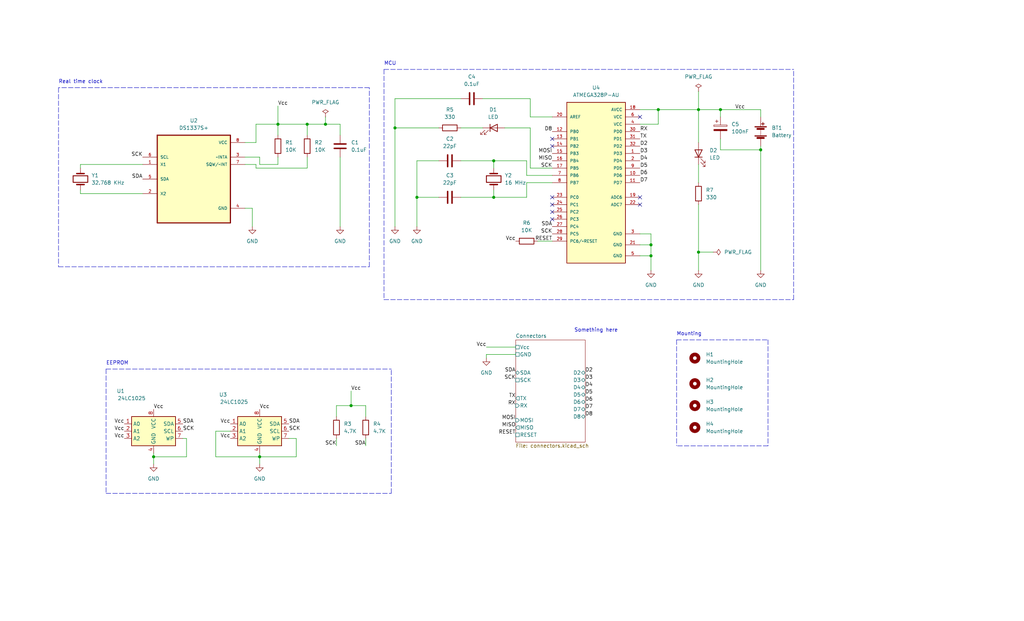
<source format=kicad_sch>
(kicad_sch (version 20230121) (generator eeschema)

  (uuid 958d0d2b-d614-409e-9881-c935f433e32b)

  (paper "USLegal")

  (title_block
    (title "${project_name}")
    (date "2021-07-21")
    (rev "$Id$")
    (company "COMPANY")
    (comment 1 "Another note")
  )

  (lib_symbols
    (symbol "ATMEGA328P-AU:ATMEGA328P-AU" (pin_names (offset 1.016)) (in_bom yes) (on_board yes)
      (property "Reference" "U4" (at 0 33.02 0)
        (effects (font (size 1.27 1.27)))
      )
      (property "Value" "ATMEGA328P-AU" (at 0 30.48 0)
        (effects (font (size 1.27 1.27)))
      )
      (property "Footprint" "Footprints:QFP80P900X900X120-32N" (at 0 0 0)
        (effects (font (size 1.27 1.27)) (justify left bottom) hide)
      )
      (property "Datasheet" "" (at 0 0 0)
        (effects (font (size 1.27 1.27)) (justify left bottom) hide)
      )
      (property "MANUFACTURER" "Atmel" (at 0 0 0)
        (effects (font (size 1.27 1.27)) (justify left bottom) hide)
      )
      (property "ki_locked" "" (at 0 0 0)
        (effects (font (size 1.27 1.27)))
      )
      (symbol "ATMEGA328P-AU_0_0"
        (rectangle (start -10.16 -27.94) (end 10.16 27.94)
          (stroke (width 0.254) (type default))
          (fill (type background))
        )
        (pin bidirectional line (at 15.24 10.16 180) (length 5.08)
          (name "PD3" (effects (font (size 1.016 1.016))))
          (number "1" (effects (font (size 1.016 1.016))))
        )
        (pin bidirectional line (at 15.24 2.54 180) (length 5.08)
          (name "PD6" (effects (font (size 1.016 1.016))))
          (number "10" (effects (font (size 1.016 1.016))))
        )
        (pin bidirectional line (at 15.24 0 180) (length 5.08)
          (name "PD7" (effects (font (size 1.016 1.016))))
          (number "11" (effects (font (size 1.016 1.016))))
        )
        (pin bidirectional line (at -15.24 17.78 0) (length 5.08)
          (name "PB0" (effects (font (size 1.016 1.016))))
          (number "12" (effects (font (size 1.016 1.016))))
        )
        (pin bidirectional line (at -15.24 15.24 0) (length 5.08)
          (name "PB1" (effects (font (size 1.016 1.016))))
          (number "13" (effects (font (size 1.016 1.016))))
        )
        (pin bidirectional line (at -15.24 12.7 0) (length 5.08)
          (name "PB2" (effects (font (size 1.016 1.016))))
          (number "14" (effects (font (size 1.016 1.016))))
        )
        (pin bidirectional line (at -15.24 10.16 0) (length 5.08)
          (name "PB3" (effects (font (size 1.016 1.016))))
          (number "15" (effects (font (size 1.016 1.016))))
        )
        (pin bidirectional line (at -15.24 7.62 0) (length 5.08)
          (name "PB4" (effects (font (size 1.016 1.016))))
          (number "16" (effects (font (size 1.016 1.016))))
        )
        (pin bidirectional line (at -15.24 5.08 0) (length 5.08)
          (name "PB5" (effects (font (size 1.016 1.016))))
          (number "17" (effects (font (size 1.016 1.016))))
        )
        (pin power_in line (at 15.24 25.4 180) (length 5.08)
          (name "AVCC" (effects (font (size 1.016 1.016))))
          (number "18" (effects (font (size 1.016 1.016))))
        )
        (pin bidirectional line (at 15.24 -5.08 180) (length 5.08)
          (name "ADC6" (effects (font (size 1.016 1.016))))
          (number "19" (effects (font (size 1.016 1.016))))
        )
        (pin bidirectional line (at 15.24 7.62 180) (length 5.08)
          (name "PD4" (effects (font (size 1.016 1.016))))
          (number "2" (effects (font (size 1.016 1.016))))
        )
        (pin input line (at -15.24 22.86 0) (length 5.08)
          (name "AREF" (effects (font (size 1.016 1.016))))
          (number "20" (effects (font (size 1.016 1.016))))
        )
        (pin power_in line (at 15.24 -21.59 180) (length 5.08)
          (name "GND" (effects (font (size 1.016 1.016))))
          (number "21" (effects (font (size 1.016 1.016))))
        )
        (pin bidirectional line (at 15.24 -7.62 180) (length 5.08)
          (name "ADC7" (effects (font (size 1.016 1.016))))
          (number "22" (effects (font (size 1.016 1.016))))
        )
        (pin bidirectional line (at -15.24 -5.08 0) (length 5.08)
          (name "PC0" (effects (font (size 1.016 1.016))))
          (number "23" (effects (font (size 1.016 1.016))))
        )
        (pin bidirectional line (at -15.24 -7.62 0) (length 5.08)
          (name "PC1" (effects (font (size 1.016 1.016))))
          (number "24" (effects (font (size 1.016 1.016))))
        )
        (pin bidirectional line (at -15.24 -10.16 0) (length 5.08)
          (name "PC2" (effects (font (size 1.016 1.016))))
          (number "25" (effects (font (size 1.016 1.016))))
        )
        (pin bidirectional line (at -15.24 -12.7 0) (length 5.08)
          (name "PC3" (effects (font (size 1.016 1.016))))
          (number "26" (effects (font (size 1.016 1.016))))
        )
        (pin bidirectional line (at -15.24 -15.24 0) (length 5.08)
          (name "PC4" (effects (font (size 1.016 1.016))))
          (number "27" (effects (font (size 1.016 1.016))))
        )
        (pin bidirectional line (at -15.24 -17.78 0) (length 5.08)
          (name "PC5" (effects (font (size 1.016 1.016))))
          (number "28" (effects (font (size 1.016 1.016))))
        )
        (pin bidirectional line (at -15.24 -20.32 0) (length 5.08)
          (name "PC6/~RESET" (effects (font (size 1.016 1.016))))
          (number "29" (effects (font (size 1.016 1.016))))
        )
        (pin power_in line (at 15.24 -17.78 180) (length 5.08)
          (name "GND" (effects (font (size 1.016 1.016))))
          (number "3" (effects (font (size 1.016 1.016))))
        )
        (pin bidirectional line (at 15.24 17.78 180) (length 5.08)
          (name "PD0" (effects (font (size 1.016 1.016))))
          (number "30" (effects (font (size 1.016 1.016))))
        )
        (pin bidirectional line (at 15.24 15.24 180) (length 5.08)
          (name "PD1" (effects (font (size 1.016 1.016))))
          (number "31" (effects (font (size 1.016 1.016))))
        )
        (pin bidirectional line (at 15.24 12.7 180) (length 5.08)
          (name "PD2" (effects (font (size 1.016 1.016))))
          (number "32" (effects (font (size 1.016 1.016))))
        )
        (pin power_in line (at 15.24 20.32 180) (length 5.08)
          (name "VCC" (effects (font (size 1.016 1.016))))
          (number "4" (effects (font (size 1.016 1.016))))
        )
        (pin power_in line (at 15.24 -25.4 180) (length 5.08)
          (name "GND" (effects (font (size 1.016 1.016))))
          (number "5" (effects (font (size 1.016 1.016))))
        )
        (pin power_in line (at 15.24 22.86 180) (length 5.08)
          (name "VCC" (effects (font (size 1.016 1.016))))
          (number "6" (effects (font (size 1.016 1.016))))
        )
        (pin bidirectional line (at -15.24 2.54 0) (length 5.08)
          (name "PB6" (effects (font (size 1.016 1.016))))
          (number "7" (effects (font (size 1.016 1.016))))
        )
        (pin bidirectional line (at -15.24 0 0) (length 5.08)
          (name "PB7" (effects (font (size 1.016 1.016))))
          (number "8" (effects (font (size 1.016 1.016))))
        )
        (pin bidirectional line (at 15.24 5.08 180) (length 5.08)
          (name "PD5" (effects (font (size 1.016 1.016))))
          (number "9" (effects (font (size 1.016 1.016))))
        )
      )
    )
    (symbol "DS1337S_:DS1337S+" (pin_names (offset 1.016)) (in_bom yes) (on_board yes)
      (property "Reference" "U" (at -12.7 16.2306 0)
        (effects (font (size 1.27 1.27)) (justify left bottom))
      )
      (property "Value" "DS1337S+" (at -12.7 -19.2278 0)
        (effects (font (size 1.27 1.27)) (justify left bottom))
      )
      (property "Footprint" "SOIC127P600X175-8N" (at 0 0 0)
        (effects (font (size 1.27 1.27)) (justify left bottom) hide)
      )
      (property "Datasheet" "" (at 0 0 0)
        (effects (font (size 1.27 1.27)) (justify left bottom) hide)
      )
      (property "ki_locked" "" (at 0 0 0)
        (effects (font (size 1.27 1.27)))
      )
      (symbol "DS1337S+_0_0"
        (rectangle (start -12.7 -15.24) (end 12.7 15.24)
          (stroke (width 0.4064) (type default))
          (fill (type background))
        )
        (pin input line (at -17.78 5.08 0) (length 5.08)
          (name "X1" (effects (font (size 1.016 1.016))))
          (number "1" (effects (font (size 1.016 1.016))))
        )
        (pin bidirectional line (at -17.78 -5.08 0) (length 5.08)
          (name "X2" (effects (font (size 1.016 1.016))))
          (number "2" (effects (font (size 1.016 1.016))))
        )
        (pin output line (at 17.78 7.62 180) (length 5.08)
          (name "~INTA" (effects (font (size 1.016 1.016))))
          (number "3" (effects (font (size 1.016 1.016))))
        )
        (pin power_in line (at 17.78 -10.16 180) (length 5.08)
          (name "GND" (effects (font (size 1.016 1.016))))
          (number "4" (effects (font (size 1.016 1.016))))
        )
        (pin bidirectional line (at -17.78 0 0) (length 5.08)
          (name "SDA" (effects (font (size 1.016 1.016))))
          (number "5" (effects (font (size 1.016 1.016))))
        )
        (pin input line (at -17.78 7.62 0) (length 5.08)
          (name "SCL" (effects (font (size 1.016 1.016))))
          (number "6" (effects (font (size 1.016 1.016))))
        )
        (pin output line (at 17.78 5.08 180) (length 5.08)
          (name "SQW/~INT" (effects (font (size 1.016 1.016))))
          (number "7" (effects (font (size 1.016 1.016))))
        )
        (pin power_in line (at 17.78 12.7 180) (length 5.08)
          (name "VCC" (effects (font (size 1.016 1.016))))
          (number "8" (effects (font (size 1.016 1.016))))
        )
      )
    )
    (symbol "Device:Battery" (pin_numbers hide) (pin_names (offset 0) hide) (in_bom yes) (on_board yes)
      (property "Reference" "BT" (at 2.54 2.54 0)
        (effects (font (size 1.27 1.27)) (justify left))
      )
      (property "Value" "Battery" (at 2.54 0 0)
        (effects (font (size 1.27 1.27)) (justify left))
      )
      (property "Footprint" "" (at 0 1.524 90)
        (effects (font (size 1.27 1.27)) hide)
      )
      (property "Datasheet" "~" (at 0 1.524 90)
        (effects (font (size 1.27 1.27)) hide)
      )
      (property "ki_keywords" "batt voltage-source cell" (at 0 0 0)
        (effects (font (size 1.27 1.27)) hide)
      )
      (property "ki_description" "Multiple-cell battery" (at 0 0 0)
        (effects (font (size 1.27 1.27)) hide)
      )
      (symbol "Battery_0_1"
        (rectangle (start -2.032 -1.397) (end 2.032 -1.651)
          (stroke (width 0) (type default))
          (fill (type outline))
        )
        (rectangle (start -2.032 1.778) (end 2.032 1.524)
          (stroke (width 0) (type default))
          (fill (type outline))
        )
        (rectangle (start -1.3208 -1.9812) (end 1.27 -2.4892)
          (stroke (width 0) (type default))
          (fill (type outline))
        )
        (rectangle (start -1.3208 1.1938) (end 1.27 0.6858)
          (stroke (width 0) (type default))
          (fill (type outline))
        )
        (polyline
          (pts
            (xy 0 -1.524)
            (xy 0 -1.27)
          )
          (stroke (width 0) (type default))
          (fill (type none))
        )
        (polyline
          (pts
            (xy 0 -1.016)
            (xy 0 -0.762)
          )
          (stroke (width 0) (type default))
          (fill (type none))
        )
        (polyline
          (pts
            (xy 0 -0.508)
            (xy 0 -0.254)
          )
          (stroke (width 0) (type default))
          (fill (type none))
        )
        (polyline
          (pts
            (xy 0 0)
            (xy 0 0.254)
          )
          (stroke (width 0) (type default))
          (fill (type none))
        )
        (polyline
          (pts
            (xy 0 0.508)
            (xy 0 0.762)
          )
          (stroke (width 0) (type default))
          (fill (type none))
        )
        (polyline
          (pts
            (xy 0 1.778)
            (xy 0 2.54)
          )
          (stroke (width 0) (type default))
          (fill (type none))
        )
        (polyline
          (pts
            (xy 0.254 2.667)
            (xy 1.27 2.667)
          )
          (stroke (width 0.254) (type default))
          (fill (type none))
        )
        (polyline
          (pts
            (xy 0.762 3.175)
            (xy 0.762 2.159)
          )
          (stroke (width 0.254) (type default))
          (fill (type none))
        )
      )
      (symbol "Battery_1_1"
        (pin passive line (at 0 5.08 270) (length 2.54)
          (name "+" (effects (font (size 1.27 1.27))))
          (number "1" (effects (font (size 1.27 1.27))))
        )
        (pin passive line (at 0 -5.08 90) (length 2.54)
          (name "-" (effects (font (size 1.27 1.27))))
          (number "2" (effects (font (size 1.27 1.27))))
        )
      )
    )
    (symbol "Device:C" (pin_numbers hide) (pin_names (offset 0.254)) (in_bom yes) (on_board yes)
      (property "Reference" "C" (at 0.635 2.54 0)
        (effects (font (size 1.27 1.27)) (justify left))
      )
      (property "Value" "C" (at 0.635 -2.54 0)
        (effects (font (size 1.27 1.27)) (justify left))
      )
      (property "Footprint" "" (at 0.9652 -3.81 0)
        (effects (font (size 1.27 1.27)) hide)
      )
      (property "Datasheet" "~" (at 0 0 0)
        (effects (font (size 1.27 1.27)) hide)
      )
      (property "ki_keywords" "cap capacitor" (at 0 0 0)
        (effects (font (size 1.27 1.27)) hide)
      )
      (property "ki_description" "Unpolarized capacitor" (at 0 0 0)
        (effects (font (size 1.27 1.27)) hide)
      )
      (property "ki_fp_filters" "C_*" (at 0 0 0)
        (effects (font (size 1.27 1.27)) hide)
      )
      (symbol "C_0_1"
        (polyline
          (pts
            (xy -2.032 -0.762)
            (xy 2.032 -0.762)
          )
          (stroke (width 0.508) (type default))
          (fill (type none))
        )
        (polyline
          (pts
            (xy -2.032 0.762)
            (xy 2.032 0.762)
          )
          (stroke (width 0.508) (type default))
          (fill (type none))
        )
      )
      (symbol "C_1_1"
        (pin passive line (at 0 3.81 270) (length 2.794)
          (name "~" (effects (font (size 1.27 1.27))))
          (number "1" (effects (font (size 1.27 1.27))))
        )
        (pin passive line (at 0 -3.81 90) (length 2.794)
          (name "~" (effects (font (size 1.27 1.27))))
          (number "2" (effects (font (size 1.27 1.27))))
        )
      )
    )
    (symbol "Device:C_Polarized" (pin_numbers hide) (pin_names (offset 0.254)) (in_bom yes) (on_board yes)
      (property "Reference" "C" (at 0.635 2.54 0)
        (effects (font (size 1.27 1.27)) (justify left))
      )
      (property "Value" "C_Polarized" (at 0.635 -2.54 0)
        (effects (font (size 1.27 1.27)) (justify left))
      )
      (property "Footprint" "" (at 0.9652 -3.81 0)
        (effects (font (size 1.27 1.27)) hide)
      )
      (property "Datasheet" "~" (at 0 0 0)
        (effects (font (size 1.27 1.27)) hide)
      )
      (property "ki_keywords" "cap capacitor" (at 0 0 0)
        (effects (font (size 1.27 1.27)) hide)
      )
      (property "ki_description" "Polarized capacitor" (at 0 0 0)
        (effects (font (size 1.27 1.27)) hide)
      )
      (property "ki_fp_filters" "CP_*" (at 0 0 0)
        (effects (font (size 1.27 1.27)) hide)
      )
      (symbol "C_Polarized_0_1"
        (rectangle (start -2.286 0.508) (end 2.286 1.016)
          (stroke (width 0) (type default))
          (fill (type none))
        )
        (polyline
          (pts
            (xy -1.778 2.286)
            (xy -0.762 2.286)
          )
          (stroke (width 0) (type default))
          (fill (type none))
        )
        (polyline
          (pts
            (xy -1.27 2.794)
            (xy -1.27 1.778)
          )
          (stroke (width 0) (type default))
          (fill (type none))
        )
        (rectangle (start 2.286 -0.508) (end -2.286 -1.016)
          (stroke (width 0) (type default))
          (fill (type outline))
        )
      )
      (symbol "C_Polarized_1_1"
        (pin passive line (at 0 3.81 270) (length 2.794)
          (name "~" (effects (font (size 1.27 1.27))))
          (number "1" (effects (font (size 1.27 1.27))))
        )
        (pin passive line (at 0 -3.81 90) (length 2.794)
          (name "~" (effects (font (size 1.27 1.27))))
          (number "2" (effects (font (size 1.27 1.27))))
        )
      )
    )
    (symbol "Device:Crystal" (pin_numbers hide) (pin_names (offset 1.016) hide) (in_bom yes) (on_board yes)
      (property "Reference" "Y" (at 0 3.81 0)
        (effects (font (size 1.27 1.27)))
      )
      (property "Value" "Crystal" (at 0 -3.81 0)
        (effects (font (size 1.27 1.27)))
      )
      (property "Footprint" "" (at 0 0 0)
        (effects (font (size 1.27 1.27)) hide)
      )
      (property "Datasheet" "~" (at 0 0 0)
        (effects (font (size 1.27 1.27)) hide)
      )
      (property "ki_keywords" "quartz ceramic resonator oscillator" (at 0 0 0)
        (effects (font (size 1.27 1.27)) hide)
      )
      (property "ki_description" "Two pin crystal" (at 0 0 0)
        (effects (font (size 1.27 1.27)) hide)
      )
      (property "ki_fp_filters" "Crystal*" (at 0 0 0)
        (effects (font (size 1.27 1.27)) hide)
      )
      (symbol "Crystal_0_1"
        (rectangle (start -1.143 2.54) (end 1.143 -2.54)
          (stroke (width 0.3048) (type default))
          (fill (type none))
        )
        (polyline
          (pts
            (xy -2.54 0)
            (xy -1.905 0)
          )
          (stroke (width 0) (type default))
          (fill (type none))
        )
        (polyline
          (pts
            (xy -1.905 -1.27)
            (xy -1.905 1.27)
          )
          (stroke (width 0.508) (type default))
          (fill (type none))
        )
        (polyline
          (pts
            (xy 1.905 -1.27)
            (xy 1.905 1.27)
          )
          (stroke (width 0.508) (type default))
          (fill (type none))
        )
        (polyline
          (pts
            (xy 2.54 0)
            (xy 1.905 0)
          )
          (stroke (width 0) (type default))
          (fill (type none))
        )
      )
      (symbol "Crystal_1_1"
        (pin passive line (at -3.81 0 0) (length 1.27)
          (name "1" (effects (font (size 1.27 1.27))))
          (number "1" (effects (font (size 1.27 1.27))))
        )
        (pin passive line (at 3.81 0 180) (length 1.27)
          (name "2" (effects (font (size 1.27 1.27))))
          (number "2" (effects (font (size 1.27 1.27))))
        )
      )
    )
    (symbol "Device:LED" (pin_numbers hide) (pin_names (offset 1.016) hide) (in_bom yes) (on_board yes)
      (property "Reference" "D" (at 0 2.54 0)
        (effects (font (size 1.27 1.27)))
      )
      (property "Value" "LED" (at 0 -2.54 0)
        (effects (font (size 1.27 1.27)))
      )
      (property "Footprint" "" (at 0 0 0)
        (effects (font (size 1.27 1.27)) hide)
      )
      (property "Datasheet" "~" (at 0 0 0)
        (effects (font (size 1.27 1.27)) hide)
      )
      (property "ki_keywords" "LED diode" (at 0 0 0)
        (effects (font (size 1.27 1.27)) hide)
      )
      (property "ki_description" "Light emitting diode" (at 0 0 0)
        (effects (font (size 1.27 1.27)) hide)
      )
      (property "ki_fp_filters" "LED* LED_SMD:* LED_THT:*" (at 0 0 0)
        (effects (font (size 1.27 1.27)) hide)
      )
      (symbol "LED_0_1"
        (polyline
          (pts
            (xy -1.27 -1.27)
            (xy -1.27 1.27)
          )
          (stroke (width 0.254) (type default))
          (fill (type none))
        )
        (polyline
          (pts
            (xy -1.27 0)
            (xy 1.27 0)
          )
          (stroke (width 0) (type default))
          (fill (type none))
        )
        (polyline
          (pts
            (xy 1.27 -1.27)
            (xy 1.27 1.27)
            (xy -1.27 0)
            (xy 1.27 -1.27)
          )
          (stroke (width 0.254) (type default))
          (fill (type none))
        )
        (polyline
          (pts
            (xy -3.048 -0.762)
            (xy -4.572 -2.286)
            (xy -3.81 -2.286)
            (xy -4.572 -2.286)
            (xy -4.572 -1.524)
          )
          (stroke (width 0) (type default))
          (fill (type none))
        )
        (polyline
          (pts
            (xy -1.778 -0.762)
            (xy -3.302 -2.286)
            (xy -2.54 -2.286)
            (xy -3.302 -2.286)
            (xy -3.302 -1.524)
          )
          (stroke (width 0) (type default))
          (fill (type none))
        )
      )
      (symbol "LED_1_1"
        (pin passive line (at -3.81 0 0) (length 2.54)
          (name "K" (effects (font (size 1.27 1.27))))
          (number "1" (effects (font (size 1.27 1.27))))
        )
        (pin passive line (at 3.81 0 180) (length 2.54)
          (name "A" (effects (font (size 1.27 1.27))))
          (number "2" (effects (font (size 1.27 1.27))))
        )
      )
    )
    (symbol "Device:R" (pin_numbers hide) (pin_names (offset 0)) (in_bom yes) (on_board yes)
      (property "Reference" "R" (at 2.032 0 90)
        (effects (font (size 1.27 1.27)))
      )
      (property "Value" "R" (at 0 0 90)
        (effects (font (size 1.27 1.27)))
      )
      (property "Footprint" "" (at -1.778 0 90)
        (effects (font (size 1.27 1.27)) hide)
      )
      (property "Datasheet" "~" (at 0 0 0)
        (effects (font (size 1.27 1.27)) hide)
      )
      (property "ki_keywords" "R res resistor" (at 0 0 0)
        (effects (font (size 1.27 1.27)) hide)
      )
      (property "ki_description" "Resistor" (at 0 0 0)
        (effects (font (size 1.27 1.27)) hide)
      )
      (property "ki_fp_filters" "R_*" (at 0 0 0)
        (effects (font (size 1.27 1.27)) hide)
      )
      (symbol "R_0_1"
        (rectangle (start -1.016 -2.54) (end 1.016 2.54)
          (stroke (width 0.254) (type default))
          (fill (type none))
        )
      )
      (symbol "R_1_1"
        (pin passive line (at 0 3.81 270) (length 1.27)
          (name "~" (effects (font (size 1.27 1.27))))
          (number "1" (effects (font (size 1.27 1.27))))
        )
        (pin passive line (at 0 -3.81 90) (length 1.27)
          (name "~" (effects (font (size 1.27 1.27))))
          (number "2" (effects (font (size 1.27 1.27))))
        )
      )
    )
    (symbol "Mechanical:MountingHole" (pin_names (offset 1.016)) (in_bom yes) (on_board yes)
      (property "Reference" "H" (at 0 5.08 0)
        (effects (font (size 1.27 1.27)))
      )
      (property "Value" "MountingHole" (at 0 3.175 0)
        (effects (font (size 1.27 1.27)))
      )
      (property "Footprint" "" (at 0 0 0)
        (effects (font (size 1.27 1.27)) hide)
      )
      (property "Datasheet" "~" (at 0 0 0)
        (effects (font (size 1.27 1.27)) hide)
      )
      (property "ki_keywords" "mounting hole" (at 0 0 0)
        (effects (font (size 1.27 1.27)) hide)
      )
      (property "ki_description" "Mounting Hole without connection" (at 0 0 0)
        (effects (font (size 1.27 1.27)) hide)
      )
      (property "ki_fp_filters" "MountingHole*" (at 0 0 0)
        (effects (font (size 1.27 1.27)) hide)
      )
      (symbol "MountingHole_0_1"
        (circle (center 0 0) (radius 1.27)
          (stroke (width 1.27) (type default))
          (fill (type none))
        )
      )
    )
    (symbol "Memory_EEPROM:24LC1025" (in_bom yes) (on_board yes)
      (property "Reference" "U" (at -6.35 6.35 0)
        (effects (font (size 1.27 1.27)))
      )
      (property "Value" "24LC1025" (at 1.27 6.35 0)
        (effects (font (size 1.27 1.27)) (justify left))
      )
      (property "Footprint" "" (at 0 0 0)
        (effects (font (size 1.27 1.27)) hide)
      )
      (property "Datasheet" "http://ww1.microchip.com/downloads/en/DeviceDoc/21941B.pdf" (at 0 0 0)
        (effects (font (size 1.27 1.27)) hide)
      )
      (property "ki_keywords" "I2C Serial EEPROM" (at 0 0 0)
        (effects (font (size 1.27 1.27)) hide)
      )
      (property "ki_description" "I2C Serial EEPROM, 1024Kb, DIP-8/SOIC-8/TSSOP-8/DFN-8" (at 0 0 0)
        (effects (font (size 1.27 1.27)) hide)
      )
      (property "ki_fp_filters" "DIP*W7.62mm* SOIC*3.9x4.9mm* TSSOP*4.4x3mm*P0.65mm* DFN*3x2mm*P0.5mm*" (at 0 0 0)
        (effects (font (size 1.27 1.27)) hide)
      )
      (symbol "24LC1025_1_1"
        (rectangle (start -7.62 5.08) (end 7.62 -5.08)
          (stroke (width 0.254) (type default))
          (fill (type background))
        )
        (pin input line (at -10.16 2.54 0) (length 2.54)
          (name "A0" (effects (font (size 1.27 1.27))))
          (number "1" (effects (font (size 1.27 1.27))))
        )
        (pin input line (at -10.16 0 0) (length 2.54)
          (name "A1" (effects (font (size 1.27 1.27))))
          (number "2" (effects (font (size 1.27 1.27))))
        )
        (pin input line (at -10.16 -2.54 0) (length 2.54)
          (name "A2" (effects (font (size 1.27 1.27))))
          (number "3" (effects (font (size 1.27 1.27))))
        )
        (pin power_in line (at 0 -7.62 90) (length 2.54)
          (name "GND" (effects (font (size 1.27 1.27))))
          (number "4" (effects (font (size 1.27 1.27))))
        )
        (pin bidirectional line (at 10.16 2.54 180) (length 2.54)
          (name "SDA" (effects (font (size 1.27 1.27))))
          (number "5" (effects (font (size 1.27 1.27))))
        )
        (pin input line (at 10.16 0 180) (length 2.54)
          (name "SCL" (effects (font (size 1.27 1.27))))
          (number "6" (effects (font (size 1.27 1.27))))
        )
        (pin input line (at 10.16 -2.54 180) (length 2.54)
          (name "WP" (effects (font (size 1.27 1.27))))
          (number "7" (effects (font (size 1.27 1.27))))
        )
        (pin power_in line (at 0 7.62 270) (length 2.54)
          (name "VCC" (effects (font (size 1.27 1.27))))
          (number "8" (effects (font (size 1.27 1.27))))
        )
      )
    )
    (symbol "power:GND" (power) (pin_names (offset 0)) (in_bom yes) (on_board yes)
      (property "Reference" "#PWR" (at 0 -6.35 0)
        (effects (font (size 1.27 1.27)) hide)
      )
      (property "Value" "GND" (at 0 -3.81 0)
        (effects (font (size 1.27 1.27)))
      )
      (property "Footprint" "" (at 0 0 0)
        (effects (font (size 1.27 1.27)) hide)
      )
      (property "Datasheet" "" (at 0 0 0)
        (effects (font (size 1.27 1.27)) hide)
      )
      (property "ki_keywords" "power-flag" (at 0 0 0)
        (effects (font (size 1.27 1.27)) hide)
      )
      (property "ki_description" "Power symbol creates a global label with name \"GND\" , ground" (at 0 0 0)
        (effects (font (size 1.27 1.27)) hide)
      )
      (symbol "GND_0_1"
        (polyline
          (pts
            (xy 0 0)
            (xy 0 -1.27)
            (xy 1.27 -1.27)
            (xy 0 -2.54)
            (xy -1.27 -1.27)
            (xy 0 -1.27)
          )
          (stroke (width 0) (type default))
          (fill (type none))
        )
      )
      (symbol "GND_1_1"
        (pin power_in line (at 0 0 270) (length 0) hide
          (name "GND" (effects (font (size 1.27 1.27))))
          (number "1" (effects (font (size 1.27 1.27))))
        )
      )
    )
    (symbol "power:PWR_FLAG" (power) (pin_numbers hide) (pin_names (offset 0) hide) (in_bom yes) (on_board yes)
      (property "Reference" "#FLG" (at 0 1.905 0)
        (effects (font (size 1.27 1.27)) hide)
      )
      (property "Value" "PWR_FLAG" (at 0 3.81 0)
        (effects (font (size 1.27 1.27)))
      )
      (property "Footprint" "" (at 0 0 0)
        (effects (font (size 1.27 1.27)) hide)
      )
      (property "Datasheet" "~" (at 0 0 0)
        (effects (font (size 1.27 1.27)) hide)
      )
      (property "ki_keywords" "power-flag" (at 0 0 0)
        (effects (font (size 1.27 1.27)) hide)
      )
      (property "ki_description" "Special symbol for telling ERC where power comes from" (at 0 0 0)
        (effects (font (size 1.27 1.27)) hide)
      )
      (symbol "PWR_FLAG_0_0"
        (pin power_out line (at 0 0 90) (length 0)
          (name "pwr" (effects (font (size 1.27 1.27))))
          (number "1" (effects (font (size 1.27 1.27))))
        )
      )
      (symbol "PWR_FLAG_0_1"
        (polyline
          (pts
            (xy 0 0)
            (xy 0 1.27)
            (xy -1.016 1.905)
            (xy 0 2.54)
            (xy 1.016 1.905)
            (xy 0 1.27)
          )
          (stroke (width 0) (type default))
          (fill (type none))
        )
      )
    )
  )

  (junction (at 137.16 44.45) (diameter 0.9144) (color 0 0 0 0)
    (uuid 007c7cae-4ed6-4998-8b51-44e319b5d06b)
  )
  (junction (at 121.92 140.97) (diameter 0.9144) (color 0 0 0 0)
    (uuid 5f8570c5-d3e2-49e7-85f4-20a259a09991)
  )
  (junction (at 53.34 158.75) (diameter 0.9144) (color 0 0 0 0)
    (uuid 60e3c86d-f33a-4feb-b0db-dd2163979249)
  )
  (junction (at 264.16 52.07) (diameter 0.9144) (color 0 0 0 0)
    (uuid 802bdfe3-41da-49b7-8b82-e70f8f01ce25)
  )
  (junction (at 242.57 38.1) (diameter 0.9144) (color 0 0 0 0)
    (uuid 8935b1f5-5352-485e-a8e0-9d4563191e2d)
  )
  (junction (at 113.03 43.18) (diameter 0.9144) (color 0 0 0 0)
    (uuid 9489a313-8e09-4213-9e63-548e17f8d3bf)
  )
  (junction (at 226.06 85.09) (diameter 0.9144) (color 0 0 0 0)
    (uuid 96354788-a3a4-4cb3-b5b6-2eac2714277f)
  )
  (junction (at 226.06 88.9) (diameter 0.9144) (color 0 0 0 0)
    (uuid 989234d3-90d6-4992-82d4-dcc79334e250)
  )
  (junction (at 96.52 43.18) (diameter 0.9144) (color 0 0 0 0)
    (uuid 9e457738-4316-4e50-a576-a128e07af8ef)
  )
  (junction (at 171.45 68.58) (diameter 0.9144) (color 0 0 0 0)
    (uuid 9fa75d52-0e37-479b-a259-edc4e9fdcbe3)
  )
  (junction (at 250.19 38.1) (diameter 0.9144) (color 0 0 0 0)
    (uuid b52d3ca8-8a34-4e67-aacb-f327b3651bd3)
  )
  (junction (at 171.45 55.88) (diameter 0.9144) (color 0 0 0 0)
    (uuid be07a85e-2716-4e68-a3c5-065639cc0334)
  )
  (junction (at 106.68 43.18) (diameter 0.9144) (color 0 0 0 0)
    (uuid e6de817a-7975-4351-bc62-9d4ddd55e234)
  )
  (junction (at 90.17 158.75) (diameter 0.9144) (color 0 0 0 0)
    (uuid f0e5d0a9-b827-4478-8532-258b1f748000)
  )
  (junction (at 242.57 87.63) (diameter 0.9144) (color 0 0 0 0)
    (uuid f704acab-c087-404c-a268-f932e3ef1ef1)
  )
  (junction (at 144.78 68.58) (diameter 0.9144) (color 0 0 0 0)
    (uuid f733998a-47e7-4760-a41e-5dddb8e3a582)
  )
  (junction (at 228.6 38.1) (diameter 0.9144) (color 0 0 0 0)
    (uuid ff371a28-620f-4884-bb3c-3d1362f9f4b7)
  )

  (no_connect (at 191.77 48.26) (uuid 4b8680c1-4dc5-438a-b754-e591f6755e74))
  (no_connect (at 191.77 50.8) (uuid 4b8680c1-4dc5-438a-b754-e591f6755e75))
  (no_connect (at 191.77 68.58) (uuid 4b8680c1-4dc5-438a-b754-e591f6755e76))
  (no_connect (at 191.77 71.12) (uuid 4b8680c1-4dc5-438a-b754-e591f6755e77))
  (no_connect (at 191.77 73.66) (uuid 4b8680c1-4dc5-438a-b754-e591f6755e78))
  (no_connect (at 191.77 76.2) (uuid 4b8680c1-4dc5-438a-b754-e591f6755e79))
  (no_connect (at 222.25 40.64) (uuid 4b8680c1-4dc5-438a-b754-e591f6755e7a))
  (no_connect (at 222.25 68.58) (uuid 4b8680c1-4dc5-438a-b754-e591f6755e7b))
  (no_connect (at 222.25 71.12) (uuid 4b8680c1-4dc5-438a-b754-e591f6755e7c))

  (wire (pts (xy 222.25 81.28) (xy 226.06 81.28))
    (stroke (width 0) (type solid))
    (uuid 00a9ec13-0377-44a0-93e0-e689f18d39b1)
  )
  (wire (pts (xy 226.06 81.28) (xy 226.06 85.09))
    (stroke (width 0) (type solid))
    (uuid 00a9ec13-0377-44a0-93e0-e689f18d39b2)
  )
  (wire (pts (xy 226.06 85.09) (xy 226.06 88.9))
    (stroke (width 0) (type solid))
    (uuid 00a9ec13-0377-44a0-93e0-e689f18d39b3)
  )
  (wire (pts (xy 226.06 88.9) (xy 222.25 88.9))
    (stroke (width 0) (type solid))
    (uuid 00a9ec13-0377-44a0-93e0-e689f18d39b4)
  )
  (wire (pts (xy 85.09 72.39) (xy 87.63 72.39))
    (stroke (width 0) (type solid))
    (uuid 00b3fe72-8a8a-42eb-848e-4bb762cda073)
  )
  (wire (pts (xy 87.63 72.39) (xy 87.63 78.74))
    (stroke (width 0) (type solid))
    (uuid 00b3fe72-8a8a-42eb-848e-4bb762cda074)
  )
  (wire (pts (xy 116.84 152.4) (xy 116.84 154.94))
    (stroke (width 0) (type solid))
    (uuid 0c3025b0-982a-49fc-b55b-96a655c53bc9)
  )
  (wire (pts (xy 160.02 55.88) (xy 171.45 55.88))
    (stroke (width 0) (type solid))
    (uuid 1323576c-2dac-4e3d-a862-a2a5ed040d69)
  )
  (wire (pts (xy 127 152.4) (xy 127 154.94))
    (stroke (width 0) (type solid))
    (uuid 14e94d9f-3bb5-4e02-85be-1b6b0adf0cfe)
  )
  (wire (pts (xy 222.25 85.09) (xy 226.06 85.09))
    (stroke (width 0) (type solid))
    (uuid 154e1749-d8d9-435a-98a8-35f5b72e0885)
  )
  (wire (pts (xy 171.45 55.88) (xy 171.45 58.42))
    (stroke (width 0) (type solid))
    (uuid 182eee80-371b-45fc-9749-15a2f01c3d9e)
  )
  (wire (pts (xy 182.88 55.88) (xy 171.45 55.88))
    (stroke (width 0) (type solid))
    (uuid 182eee80-371b-45fc-9749-15a2f01c3d9f)
  )
  (wire (pts (xy 182.88 60.96) (xy 182.88 55.88))
    (stroke (width 0) (type solid))
    (uuid 182eee80-371b-45fc-9749-15a2f01c3da0)
  )
  (wire (pts (xy 191.77 60.96) (xy 182.88 60.96))
    (stroke (width 0) (type solid))
    (uuid 182eee80-371b-45fc-9749-15a2f01c3da1)
  )
  (polyline (pts (xy 36.83 128.27) (xy 36.83 171.45))
    (stroke (width 0) (type dash))
    (uuid 1cd6d0d8-1fe5-4f42-ad7f-f585a0876ae1)
  )
  (polyline (pts (xy 36.83 128.27) (xy 135.89 128.27))
    (stroke (width 0) (type dash))
    (uuid 1cd6d0d8-1fe5-4f42-ad7f-f585a0876ae2)
  )
  (polyline (pts (xy 36.83 171.45) (xy 135.89 171.45))
    (stroke (width 0) (type dash))
    (uuid 1cd6d0d8-1fe5-4f42-ad7f-f585a0876ae3)
  )
  (polyline (pts (xy 135.89 171.45) (xy 135.89 128.27))
    (stroke (width 0) (type dash))
    (uuid 1cd6d0d8-1fe5-4f42-ad7f-f585a0876ae4)
  )

  (wire (pts (xy 137.16 44.45) (xy 137.16 78.74))
    (stroke (width 0) (type solid))
    (uuid 2a5b4355-a1d0-4c85-91e2-fbb9a789ca7f)
  )
  (wire (pts (xy 152.4 44.45) (xy 137.16 44.45))
    (stroke (width 0) (type solid))
    (uuid 2a5b4355-a1d0-4c85-91e2-fbb9a789ca80)
  )
  (wire (pts (xy 264.16 52.07) (xy 264.16 93.98))
    (stroke (width 0) (type solid))
    (uuid 3644077e-2595-4417-b930-a122ca209af1)
  )
  (wire (pts (xy 144.78 55.88) (xy 144.78 68.58))
    (stroke (width 0) (type solid))
    (uuid 3837eb12-81b5-4396-b5db-aa784242e394)
  )
  (wire (pts (xy 144.78 68.58) (xy 144.78 78.74))
    (stroke (width 0) (type solid))
    (uuid 3837eb12-81b5-4396-b5db-aa784242e395)
  )
  (wire (pts (xy 152.4 55.88) (xy 144.78 55.88))
    (stroke (width 0) (type solid))
    (uuid 3837eb12-81b5-4396-b5db-aa784242e396)
  )
  (wire (pts (xy 27.94 67.31) (xy 27.94 66.04))
    (stroke (width 0) (type solid))
    (uuid 3cd50bfa-5ee3-4236-ae0f-e83fd35475d8)
  )
  (wire (pts (xy 49.53 67.31) (xy 27.94 67.31))
    (stroke (width 0) (type solid))
    (uuid 3cd50bfa-5ee3-4236-ae0f-e83fd35475d9)
  )
  (wire (pts (xy 186.69 83.82) (xy 191.77 83.82))
    (stroke (width 0) (type solid))
    (uuid 3ed07dab-333c-4120-b96b-81782913e852)
  )
  (wire (pts (xy 168.91 120.65) (xy 179.07 120.65))
    (stroke (width 0) (type solid))
    (uuid 4be2eaea-68e1-4d6c-b208-011c68f45d9e)
  )
  (polyline (pts (xy 20.32 30.48) (xy 20.32 92.71))
    (stroke (width 0) (type dash))
    (uuid 516af5d3-fc7e-401f-9e52-c0ef3aa383fc)
  )
  (polyline (pts (xy 20.32 92.71) (xy 128.27 92.71))
    (stroke (width 0) (type dash))
    (uuid 516af5d3-fc7e-401f-9e52-c0ef3aa383fd)
  )
  (polyline (pts (xy 128.27 30.48) (xy 20.32 30.48))
    (stroke (width 0) (type dash))
    (uuid 516af5d3-fc7e-401f-9e52-c0ef3aa383fe)
  )
  (polyline (pts (xy 128.27 92.71) (xy 128.27 30.48))
    (stroke (width 0) (type dash))
    (uuid 516af5d3-fc7e-401f-9e52-c0ef3aa383ff)
  )

  (wire (pts (xy 242.57 57.15) (xy 242.57 63.5))
    (stroke (width 0) (type solid))
    (uuid 565b2314-4397-4234-b57b-0e9f4ca8145e)
  )
  (wire (pts (xy 113.03 40.64) (xy 113.03 43.18))
    (stroke (width 0) (type solid))
    (uuid 573bc389-5af0-4ee9-9c3b-f233d7dacc78)
  )
  (wire (pts (xy 222.25 43.18) (xy 228.6 43.18))
    (stroke (width 0) (type solid))
    (uuid 5edc0631-eb02-4f46-aae5-368cadd92df3)
  )
  (wire (pts (xy 228.6 43.18) (xy 228.6 38.1))
    (stroke (width 0) (type solid))
    (uuid 5edc0631-eb02-4f46-aae5-368cadd92df4)
  )
  (wire (pts (xy 63.5 152.4) (xy 64.77 152.4))
    (stroke (width 0) (type solid))
    (uuid 61d7c222-b132-40f1-bb1f-5ed43767b405)
  )
  (wire (pts (xy 64.77 152.4) (xy 64.77 158.75))
    (stroke (width 0) (type solid))
    (uuid 61d7c222-b132-40f1-bb1f-5ed43767b406)
  )
  (wire (pts (xy 64.77 158.75) (xy 53.34 158.75))
    (stroke (width 0) (type solid))
    (uuid 61d7c222-b132-40f1-bb1f-5ed43767b407)
  )
  (wire (pts (xy 242.57 71.12) (xy 242.57 87.63))
    (stroke (width 0) (type solid))
    (uuid 62ae0c0b-352f-420b-9e2e-6de93b5cc6c4)
  )
  (wire (pts (xy 242.57 87.63) (xy 242.57 93.98))
    (stroke (width 0) (type solid))
    (uuid 62ae0c0b-352f-420b-9e2e-6de93b5cc6c5)
  )
  (wire (pts (xy 171.45 68.58) (xy 171.45 66.04))
    (stroke (width 0) (type solid))
    (uuid 69f8aa80-b771-434b-a5e9-0dedd8d2bc1c)
  )
  (wire (pts (xy 182.88 63.5) (xy 182.88 68.58))
    (stroke (width 0) (type solid))
    (uuid 69f8aa80-b771-434b-a5e9-0dedd8d2bc1d)
  )
  (wire (pts (xy 182.88 68.58) (xy 171.45 68.58))
    (stroke (width 0) (type solid))
    (uuid 69f8aa80-b771-434b-a5e9-0dedd8d2bc1e)
  )
  (wire (pts (xy 191.77 63.5) (xy 182.88 63.5))
    (stroke (width 0) (type solid))
    (uuid 69f8aa80-b771-434b-a5e9-0dedd8d2bc1f)
  )
  (wire (pts (xy 160.02 68.58) (xy 171.45 68.58))
    (stroke (width 0) (type solid))
    (uuid 6f7cbd5c-dc6d-4202-9754-212d51e84be6)
  )
  (wire (pts (xy 137.16 34.29) (xy 137.16 44.45))
    (stroke (width 0) (type solid))
    (uuid 6fb7bc87-b23f-4510-b534-5e5536f36cef)
  )
  (wire (pts (xy 160.02 34.29) (xy 137.16 34.29))
    (stroke (width 0) (type solid))
    (uuid 6fb7bc87-b23f-4510-b534-5e5536f36cf0)
  )
  (wire (pts (xy 121.92 135.89) (xy 121.92 140.97))
    (stroke (width 0) (type solid))
    (uuid 731176df-2e77-41f5-b3a5-2e0526e3d97f)
  )
  (wire (pts (xy 100.33 152.4) (xy 102.87 152.4))
    (stroke (width 0) (type solid))
    (uuid 7c3f485d-3c8c-475a-ab94-989b72e2006a)
  )
  (wire (pts (xy 102.87 152.4) (xy 102.87 158.75))
    (stroke (width 0) (type solid))
    (uuid 7c3f485d-3c8c-475a-ab94-989b72e2006b)
  )
  (wire (pts (xy 102.87 158.75) (xy 90.17 158.75))
    (stroke (width 0) (type solid))
    (uuid 7c3f485d-3c8c-475a-ab94-989b72e2006c)
  )
  (wire (pts (xy 228.6 38.1) (xy 222.25 38.1))
    (stroke (width 0) (type solid))
    (uuid 7eb70933-beb2-41bd-87eb-88091e493026)
  )
  (wire (pts (xy 242.57 38.1) (xy 228.6 38.1))
    (stroke (width 0) (type solid))
    (uuid 7eb70933-beb2-41bd-87eb-88091e493027)
  )
  (wire (pts (xy 250.19 38.1) (xy 242.57 38.1))
    (stroke (width 0) (type solid))
    (uuid 7eb70933-beb2-41bd-87eb-88091e493028)
  )
  (wire (pts (xy 264.16 38.1) (xy 250.19 38.1))
    (stroke (width 0) (type solid))
    (uuid 7eb70933-beb2-41bd-87eb-88091e493029)
  )
  (wire (pts (xy 264.16 40.64) (xy 264.16 38.1))
    (stroke (width 0) (type solid))
    (uuid 7eb70933-beb2-41bd-87eb-88091e49302a)
  )
  (wire (pts (xy 116.84 140.97) (xy 121.92 140.97))
    (stroke (width 0) (type solid))
    (uuid 7eeb22f5-89d7-49db-9b7c-06725e00adf6)
  )
  (wire (pts (xy 116.84 144.78) (xy 116.84 140.97))
    (stroke (width 0) (type solid))
    (uuid 7eeb22f5-89d7-49db-9b7c-06725e00adf7)
  )
  (wire (pts (xy 121.92 140.97) (xy 127 140.97))
    (stroke (width 0) (type solid))
    (uuid 7eeb22f5-89d7-49db-9b7c-06725e00adf8)
  )
  (wire (pts (xy 127 140.97) (xy 127 144.78))
    (stroke (width 0) (type solid))
    (uuid 7eeb22f5-89d7-49db-9b7c-06725e00adf9)
  )
  (wire (pts (xy 53.34 157.48) (xy 53.34 158.75))
    (stroke (width 0) (type solid))
    (uuid 80903bdb-a1bb-431e-86b7-36771036e1fa)
  )
  (wire (pts (xy 53.34 158.75) (xy 53.34 161.29))
    (stroke (width 0) (type solid))
    (uuid 80903bdb-a1bb-431e-86b7-36771036e1fb)
  )
  (wire (pts (xy 167.64 34.29) (xy 184.15 34.29))
    (stroke (width 0) (type solid))
    (uuid 8417f947-61c1-40ef-bee2-3d2de1e510e3)
  )
  (wire (pts (xy 184.15 34.29) (xy 184.15 40.64))
    (stroke (width 0) (type solid))
    (uuid 8417f947-61c1-40ef-bee2-3d2de1e510e4)
  )
  (wire (pts (xy 184.15 40.64) (xy 191.77 40.64))
    (stroke (width 0) (type solid))
    (uuid 8417f947-61c1-40ef-bee2-3d2de1e510e5)
  )
  (wire (pts (xy 96.52 43.18) (xy 96.52 46.99))
    (stroke (width 0) (type solid))
    (uuid 8813ecf9-9806-4f5f-8738-39443813da23)
  )
  (wire (pts (xy 85.09 49.53) (xy 88.9 49.53))
    (stroke (width 0) (type solid))
    (uuid 8ef29bce-e551-48ec-ace9-4ae387c7ce4a)
  )
  (wire (pts (xy 88.9 43.18) (xy 96.52 43.18))
    (stroke (width 0) (type solid))
    (uuid 8ef29bce-e551-48ec-ace9-4ae387c7ce4b)
  )
  (wire (pts (xy 88.9 49.53) (xy 88.9 43.18))
    (stroke (width 0) (type solid))
    (uuid 8ef29bce-e551-48ec-ace9-4ae387c7ce4c)
  )
  (wire (pts (xy 96.52 43.18) (xy 106.68 43.18))
    (stroke (width 0) (type solid))
    (uuid 8ef29bce-e551-48ec-ace9-4ae387c7ce4d)
  )
  (wire (pts (xy 106.68 43.18) (xy 113.03 43.18))
    (stroke (width 0) (type solid))
    (uuid 8ef29bce-e551-48ec-ace9-4ae387c7ce4e)
  )
  (wire (pts (xy 113.03 43.18) (xy 118.11 43.18))
    (stroke (width 0) (type solid))
    (uuid 8ef29bce-e551-48ec-ace9-4ae387c7ce4f)
  )
  (wire (pts (xy 118.11 43.18) (xy 118.11 46.99))
    (stroke (width 0) (type solid))
    (uuid 8ef29bce-e551-48ec-ace9-4ae387c7ce50)
  )
  (wire (pts (xy 96.52 36.83) (xy 96.52 43.18))
    (stroke (width 0) (type solid))
    (uuid a553342b-690f-4802-9b53-0662fcb1d05d)
  )
  (wire (pts (xy 144.78 68.58) (xy 152.4 68.58))
    (stroke (width 0) (type solid))
    (uuid af0d9f3e-9e82-48e6-bab0-c0964170ca3b)
  )
  (polyline (pts (xy 133.35 24.13) (xy 133.35 104.14))
    (stroke (width 0) (type dash))
    (uuid b00b84b5-9192-4e16-b7f9-88ca709202dc)
  )
  (polyline (pts (xy 133.35 24.13) (xy 275.59 24.13))
    (stroke (width 0) (type dash))
    (uuid b00b84b5-9192-4e16-b7f9-88ca709202dd)
  )
  (polyline (pts (xy 133.35 104.14) (xy 275.59 104.14))
    (stroke (width 0) (type dash))
    (uuid b00b84b5-9192-4e16-b7f9-88ca709202de)
  )
  (polyline (pts (xy 275.59 104.14) (xy 275.59 24.13))
    (stroke (width 0) (type dash))
    (uuid b00b84b5-9192-4e16-b7f9-88ca709202df)
  )

  (wire (pts (xy 242.57 38.1) (xy 242.57 49.53))
    (stroke (width 0) (type solid))
    (uuid b1230aae-5532-4649-8a46-386ddc46629d)
  )
  (wire (pts (xy 106.68 43.18) (xy 106.68 46.99))
    (stroke (width 0) (type solid))
    (uuid b2184d58-a148-43a8-a077-eaade93e6ccb)
  )
  (wire (pts (xy 242.57 31.75) (xy 242.57 38.1))
    (stroke (width 0) (type solid))
    (uuid b5c2b7f8-96ca-40ce-8dde-ac17aa1afaed)
  )
  (wire (pts (xy 85.09 54.61) (xy 90.17 54.61))
    (stroke (width 0) (type solid))
    (uuid b9289d92-d6f0-4b5a-9a7d-3809c58ab43a)
  )
  (wire (pts (xy 90.17 54.61) (xy 90.17 57.15))
    (stroke (width 0) (type solid))
    (uuid b9289d92-d6f0-4b5a-9a7d-3809c58ab43b)
  )
  (wire (pts (xy 90.17 57.15) (xy 96.52 57.15))
    (stroke (width 0) (type solid))
    (uuid b9289d92-d6f0-4b5a-9a7d-3809c58ab43c)
  )
  (wire (pts (xy 96.52 54.61) (xy 96.52 57.15))
    (stroke (width 0) (type solid))
    (uuid b9289d92-d6f0-4b5a-9a7d-3809c58ab43d)
  )
  (wire (pts (xy 118.11 54.61) (xy 118.11 78.74))
    (stroke (width 0) (type solid))
    (uuid c19d7d54-28b3-4323-85f4-0ab4ef7a2147)
  )
  (wire (pts (xy 168.91 123.19) (xy 168.91 124.46))
    (stroke (width 0) (type solid))
    (uuid cf8e61e2-17d6-43bf-a06c-9c40187e0967)
  )
  (wire (pts (xy 179.07 123.19) (xy 168.91 123.19))
    (stroke (width 0) (type solid))
    (uuid cf8e61e2-17d6-43bf-a06c-9c40187e0968)
  )
  (wire (pts (xy 250.19 48.26) (xy 250.19 52.07))
    (stroke (width 0) (type solid))
    (uuid d073fe18-cdb7-4a32-80f1-0138c34b90a4)
  )
  (wire (pts (xy 250.19 52.07) (xy 264.16 52.07))
    (stroke (width 0) (type solid))
    (uuid d073fe18-cdb7-4a32-80f1-0138c34b90a5)
  )
  (wire (pts (xy 264.16 52.07) (xy 264.16 50.8))
    (stroke (width 0) (type solid))
    (uuid d073fe18-cdb7-4a32-80f1-0138c34b90a6)
  )
  (wire (pts (xy 85.09 57.15) (xy 88.9 57.15))
    (stroke (width 0) (type solid))
    (uuid dd12cb7b-e9ec-41f4-9491-aa08b2a1373e)
  )
  (wire (pts (xy 88.9 57.15) (xy 88.9 58.42))
    (stroke (width 0) (type solid))
    (uuid dd12cb7b-e9ec-41f4-9491-aa08b2a1373f)
  )
  (wire (pts (xy 88.9 58.42) (xy 106.68 58.42))
    (stroke (width 0) (type solid))
    (uuid dd12cb7b-e9ec-41f4-9491-aa08b2a13740)
  )
  (wire (pts (xy 106.68 54.61) (xy 106.68 58.42))
    (stroke (width 0) (type solid))
    (uuid dd12cb7b-e9ec-41f4-9491-aa08b2a13741)
  )
  (wire (pts (xy 90.17 157.48) (xy 90.17 158.75))
    (stroke (width 0) (type solid))
    (uuid e17e8922-9fec-489d-a9e3-3ce7977d5e9a)
  )
  (wire (pts (xy 90.17 158.75) (xy 90.17 161.29))
    (stroke (width 0) (type solid))
    (uuid e17e8922-9fec-489d-a9e3-3ce7977d5e9b)
  )
  (wire (pts (xy 160.02 44.45) (xy 167.64 44.45))
    (stroke (width 0) (type solid))
    (uuid e212e49c-460d-41d4-b6f4-07a82c747fb6)
  )
  (wire (pts (xy 242.57 87.63) (xy 247.65 87.63))
    (stroke (width 0) (type solid))
    (uuid e2453654-5c1f-459e-bf4a-58358fd411ed)
  )
  (wire (pts (xy 27.94 57.15) (xy 27.94 58.42))
    (stroke (width 0) (type solid))
    (uuid e610d864-fe70-444c-bbca-242da6b28e7d)
  )
  (wire (pts (xy 49.53 57.15) (xy 27.94 57.15))
    (stroke (width 0) (type solid))
    (uuid e610d864-fe70-444c-bbca-242da6b28e7e)
  )
  (wire (pts (xy 250.19 38.1) (xy 250.19 40.64))
    (stroke (width 0) (type solid))
    (uuid ecc0c4f4-2f14-44b7-b622-421c0b01a20b)
  )
  (polyline (pts (xy 234.95 118.11) (xy 234.95 154.94))
    (stroke (width 0) (type dash))
    (uuid eef48f8b-f5b4-4b6a-83e0-64d9377dc50f)
  )
  (polyline (pts (xy 234.95 118.11) (xy 266.7 118.11))
    (stroke (width 0) (type dash))
    (uuid eef48f8b-f5b4-4b6a-83e0-64d9377dc510)
  )
  (polyline (pts (xy 266.7 118.11) (xy 266.7 154.94))
    (stroke (width 0) (type dash))
    (uuid eef48f8b-f5b4-4b6a-83e0-64d9377dc511)
  )
  (polyline (pts (xy 266.7 154.94) (xy 234.95 154.94))
    (stroke (width 0) (type dash))
    (uuid eef48f8b-f5b4-4b6a-83e0-64d9377dc512)
  )

  (wire (pts (xy 226.06 88.9) (xy 226.06 93.98))
    (stroke (width 0) (type solid))
    (uuid f4249ddf-163f-4a12-a079-33a26af91e71)
  )
  (wire (pts (xy 175.26 44.45) (xy 184.15 44.45))
    (stroke (width 0) (type solid))
    (uuid f4687d33-f60b-4f6d-848d-0b1c8a2b99fc)
  )
  (wire (pts (xy 184.15 44.45) (xy 184.15 58.42))
    (stroke (width 0) (type solid))
    (uuid f4687d33-f60b-4f6d-848d-0b1c8a2b99fd)
  )
  (wire (pts (xy 184.15 58.42) (xy 191.77 58.42))
    (stroke (width 0) (type solid))
    (uuid f4687d33-f60b-4f6d-848d-0b1c8a2b99fe)
  )
  (wire (pts (xy 74.93 149.86) (xy 74.93 158.75))
    (stroke (width 0) (type solid))
    (uuid faa6eff4-2960-498f-9040-c5a3419a6e35)
  )
  (wire (pts (xy 74.93 158.75) (xy 90.17 158.75))
    (stroke (width 0) (type solid))
    (uuid faa6eff4-2960-498f-9040-c5a3419a6e36)
  )
  (wire (pts (xy 80.01 149.86) (xy 74.93 149.86))
    (stroke (width 0) (type solid))
    (uuid faa6eff4-2960-498f-9040-c5a3419a6e37)
  )

  (text "Mounting" (at 234.95 116.84 0)
    (effects (font (size 1.27 1.27)) (justify left bottom))
    (uuid 53f27f9e-1c3a-4267-88f2-19d560830b33)
  )
  (text "EEPROM" (at 36.83 127 0)
    (effects (font (size 1.27 1.27)) (justify left bottom))
    (uuid 691f8b14-6d18-4eb6-9d32-5d74935240dc)
  )
  (text "Something here\n" (at 199.39 115.57 0)
    (effects (font (size 1.27 1.27)) (justify left bottom))
    (uuid 82ebccfe-f3a4-4c91-86eb-765ed2e8b589)
  )
  (text "MCU" (at 133.35 22.86 0)
    (effects (font (size 1.27 1.27)) (justify left bottom))
    (uuid a252f0ee-0bd5-4231-9a46-6055445b84d4)
  )
  (text "Real time clock" (at 20.32 29.21 0)
    (effects (font (size 1.27 1.27)) (justify left bottom))
    (uuid c7a3573c-daa1-48fd-94ed-f5cbee29e6ed)
  )

  (label "RX" (at 222.25 45.72 0) (fields_autoplaced)
    (effects (font (size 1.27 1.27)) (justify left bottom))
    (uuid 084cbf47-daa2-4828-a71b-f19e8f2cd549)
  )
  (label "SCK" (at 100.33 149.86 0) (fields_autoplaced)
    (effects (font (size 1.27 1.27)) (justify left bottom))
    (uuid 0a068131-8c9c-4968-86c6-0cfe9abb8962)
  )
  (label "D2" (at 203.2 129.54 0) (fields_autoplaced)
    (effects (font (size 1.27 1.27)) (justify left bottom))
    (uuid 10b54dd2-2808-43f2-b64f-8b6be05ca261)
  )
  (label "RX" (at 179.07 140.97 180) (fields_autoplaced)
    (effects (font (size 1.27 1.27)) (justify right bottom))
    (uuid 168a4e58-42c6-47b3-9c59-1c108c834f00)
  )
  (label "SCK" (at 179.07 132.08 180) (fields_autoplaced)
    (effects (font (size 1.27 1.27)) (justify right bottom))
    (uuid 1841b967-515e-49a7-b8e9-f4d7aab22ff1)
  )
  (label "Vcc" (at 96.52 36.83 0) (fields_autoplaced)
    (effects (font (size 1.27 1.27)) (justify left bottom))
    (uuid 1999d8ae-777c-45fa-8dc9-b4d25baa8eef)
  )
  (label "Vcc" (at 80.01 152.4 180) (fields_autoplaced)
    (effects (font (size 1.27 1.27)) (justify right bottom))
    (uuid 236af74b-f606-4118-952b-41d7f37e7d4f)
  )
  (label "D8" (at 203.2 144.78 0) (fields_autoplaced)
    (effects (font (size 1.27 1.27)) (justify left bottom))
    (uuid 26eb0d81-49f6-4d49-bdde-506f25eeba4d)
  )
  (label "SDA" (at 49.53 62.23 180) (fields_autoplaced)
    (effects (font (size 1.27 1.27)) (justify right bottom))
    (uuid 2a46a20f-1d4e-413a-94f2-bb9ab349c16c)
  )
  (label "SDA" (at 179.07 129.54 180) (fields_autoplaced)
    (effects (font (size 1.27 1.27)) (justify right bottom))
    (uuid 3f967599-cb92-4e5d-a1a7-8ef43874a371)
  )
  (label "Vcc" (at 179.07 83.82 180) (fields_autoplaced)
    (effects (font (size 1.27 1.27)) (justify right bottom))
    (uuid 43d0cc99-b069-42e4-9d3d-9c338dc6e09f)
  )
  (label "Vcc" (at 255.27 38.1 0) (fields_autoplaced)
    (effects (font (size 1.27 1.27)) (justify left bottom))
    (uuid 44fbe767-7aa9-4a5f-8004-4cf9a73e780c)
  )
  (label "Vcc" (at 80.01 147.32 180) (fields_autoplaced)
    (effects (font (size 1.27 1.27)) (justify right bottom))
    (uuid 4786d1ca-f561-4429-aaec-f03a337ce8d6)
  )
  (label "TX" (at 222.25 48.26 0) (fields_autoplaced)
    (effects (font (size 1.27 1.27)) (justify left bottom))
    (uuid 51928f1c-1f4b-4e8d-9d4f-aa1a861564e7)
  )
  (label "SDA" (at 127 154.94 180) (fields_autoplaced)
    (effects (font (size 1.27 1.27)) (justify right bottom))
    (uuid 52b46d7a-9067-41a4-913e-4079f8d10cf3)
  )
  (label "TX" (at 179.07 138.43 180) (fields_autoplaced)
    (effects (font (size 1.27 1.27)) (justify right bottom))
    (uuid 541e0cb5-2ef2-4765-abae-9d777d4b5f5f)
  )
  (label "MISO" (at 179.07 148.59 180) (fields_autoplaced)
    (effects (font (size 1.27 1.27)) (justify right bottom))
    (uuid 598e32a3-9971-4eeb-ba8d-e1ba68fbdfa5)
  )
  (label "D8" (at 191.77 45.72 180) (fields_autoplaced)
    (effects (font (size 1.27 1.27)) (justify right bottom))
    (uuid 610b65ac-79d8-4d1b-b80a-b1de87204089)
  )
  (label "Vcc" (at 53.34 142.24 0) (fields_autoplaced)
    (effects (font (size 1.27 1.27)) (justify left bottom))
    (uuid 641e61cc-d986-4a96-b375-0382cae41868)
  )
  (label "SCK" (at 191.77 81.28 180) (fields_autoplaced)
    (effects (font (size 1.27 1.27)) (justify right bottom))
    (uuid 6fb10bf4-c56e-4873-86f1-02b1baa2535d)
  )
  (label "D4" (at 222.25 55.88 0) (fields_autoplaced)
    (effects (font (size 1.27 1.27)) (justify left bottom))
    (uuid 747aed9c-8ef8-4675-b26a-96e670716cdd)
  )
  (label "SCK" (at 63.5 149.86 0) (fields_autoplaced)
    (effects (font (size 1.27 1.27)) (justify left bottom))
    (uuid 7697734a-0213-4e67-92ca-83799b879b02)
  )
  (label "SCK" (at 191.77 58.42 180) (fields_autoplaced)
    (effects (font (size 1.27 1.27)) (justify right bottom))
    (uuid 774e0561-0ae7-4714-91ac-f564feccfa99)
  )
  (label "MOSI" (at 179.07 146.05 180) (fields_autoplaced)
    (effects (font (size 1.27 1.27)) (justify right bottom))
    (uuid 7f81088f-6249-4745-9173-1dcecc82502a)
  )
  (label "D2" (at 222.25 50.8 0) (fields_autoplaced)
    (effects (font (size 1.27 1.27)) (justify left bottom))
    (uuid 8282101a-d107-47f4-9a0b-a93b75b3dbc6)
  )
  (label "Vcc" (at 43.18 152.4 180) (fields_autoplaced)
    (effects (font (size 1.27 1.27)) (justify right bottom))
    (uuid 83659bd6-8e12-458e-80ad-8ed3edd4e886)
  )
  (label "D5" (at 203.2 137.16 0) (fields_autoplaced)
    (effects (font (size 1.27 1.27)) (justify left bottom))
    (uuid 8b0fda82-d797-491f-8cd5-245fc8d00560)
  )
  (label "MISO" (at 191.77 55.88 180) (fields_autoplaced)
    (effects (font (size 1.27 1.27)) (justify right bottom))
    (uuid 8ff9d1d3-8dc6-4f53-8c84-ea74f9c70f05)
  )
  (label "SCK" (at 116.84 154.94 180) (fields_autoplaced)
    (effects (font (size 1.27 1.27)) (justify right bottom))
    (uuid 96c3220f-f8e9-4fad-a7bf-e847e35287bd)
  )
  (label "RESET" (at 191.77 83.82 180) (fields_autoplaced)
    (effects (font (size 1.27 1.27)) (justify right bottom))
    (uuid a027f582-d350-4053-a61a-b2df96193911)
  )
  (label "D6" (at 222.25 60.96 0) (fields_autoplaced)
    (effects (font (size 1.27 1.27)) (justify left bottom))
    (uuid abe29a8a-339f-4033-9e01-e9d6e4e93b5d)
  )
  (label "D5" (at 222.25 58.42 0) (fields_autoplaced)
    (effects (font (size 1.27 1.27)) (justify left bottom))
    (uuid b23c7300-6097-45a1-9955-03e3db3c5405)
  )
  (label "SCK" (at 49.53 54.61 180) (fields_autoplaced)
    (effects (font (size 1.27 1.27)) (justify right bottom))
    (uuid b3f8d813-0016-450e-8066-1d7d87fad043)
  )
  (label "Vcc" (at 90.17 142.24 0) (fields_autoplaced)
    (effects (font (size 1.27 1.27)) (justify left bottom))
    (uuid b4290a95-2206-4278-8693-dfa2a677dedf)
  )
  (label "SDA" (at 100.33 147.32 0) (fields_autoplaced)
    (effects (font (size 1.27 1.27)) (justify left bottom))
    (uuid b5b7edfd-1f7e-4eab-9908-b1e45a0745fc)
  )
  (label "D4" (at 203.2 134.62 0) (fields_autoplaced)
    (effects (font (size 1.27 1.27)) (justify left bottom))
    (uuid bddc2225-7946-48c4-aee2-35e8aa3e0dcc)
  )
  (label "D6" (at 203.2 139.7 0) (fields_autoplaced)
    (effects (font (size 1.27 1.27)) (justify left bottom))
    (uuid be2ae5d2-9591-45aa-acc4-7d85762e4178)
  )
  (label "D7" (at 203.2 142.24 0) (fields_autoplaced)
    (effects (font (size 1.27 1.27)) (justify left bottom))
    (uuid c1fd0a12-28fd-436e-a3a3-6933b17c8087)
  )
  (label "D7" (at 222.25 63.5 0) (fields_autoplaced)
    (effects (font (size 1.27 1.27)) (justify left bottom))
    (uuid c5eed755-ce7e-4ea4-be6b-232a0bef5729)
  )
  (label "D3" (at 203.2 132.08 0) (fields_autoplaced)
    (effects (font (size 1.27 1.27)) (justify left bottom))
    (uuid d9408ab8-bb39-4584-86cd-0540ea900c13)
  )
  (label "RESET" (at 179.07 151.13 180) (fields_autoplaced)
    (effects (font (size 1.27 1.27)) (justify right bottom))
    (uuid dfb10a84-96c5-458f-8029-a6a076fc63c8)
  )
  (label "SDA" (at 191.77 78.74 180) (fields_autoplaced)
    (effects (font (size 1.27 1.27)) (justify right bottom))
    (uuid e43a4069-932a-4f7f-9160-1d45cc7d1cbf)
  )
  (label "D3" (at 222.25 53.34 0) (fields_autoplaced)
    (effects (font (size 1.27 1.27)) (justify left bottom))
    (uuid e63cce69-0156-4c52-879f-f88643de5516)
  )
  (label "SDA" (at 63.5 147.32 0) (fields_autoplaced)
    (effects (font (size 1.27 1.27)) (justify left bottom))
    (uuid e85de4d2-bf39-4b3a-aca5-ffd3f25b1104)
  )
  (label "Vcc" (at 168.91 120.65 180) (fields_autoplaced)
    (effects (font (size 1.27 1.27)) (justify right bottom))
    (uuid ec5d4951-a185-4f48-b010-e3abc3aacfd2)
  )
  (label "Vcc" (at 43.18 147.32 180) (fields_autoplaced)
    (effects (font (size 1.27 1.27)) (justify right bottom))
    (uuid eda44c0b-6709-40fc-95a4-94e0524dd0e9)
  )
  (label "MOSI" (at 191.77 53.34 180) (fields_autoplaced)
    (effects (font (size 1.27 1.27)) (justify right bottom))
    (uuid f44a1cec-44f8-4237-b0b9-4f49e1f71063)
  )
  (label "Vcc" (at 121.92 135.89 0) (fields_autoplaced)
    (effects (font (size 1.27 1.27)) (justify left bottom))
    (uuid fb960926-743f-4583-a09c-a8f820918c7b)
  )
  (label "Vcc" (at 43.18 149.86 180) (fields_autoplaced)
    (effects (font (size 1.27 1.27)) (justify right bottom))
    (uuid fe58cd93-cd71-4f70-921b-1f0e37e060ec)
  )

  (symbol (lib_id "power:GND") (at 226.06 93.98 0) (unit 1)
    (in_bom yes) (on_board yes) (dnp no) (fields_autoplaced)
    (uuid 002f44db-181f-4935-84ad-dc2e85630f44)
    (property "Reference" "#PWR08" (at 226.06 100.33 0)
      (effects (font (size 1.27 1.27)) hide)
    )
    (property "Value" "GND" (at 226.06 99.06 0)
      (effects (font (size 1.27 1.27)))
    )
    (property "Footprint" "" (at 226.06 93.98 0)
      (effects (font (size 1.27 1.27)) hide)
    )
    (property "Datasheet" "" (at 226.06 93.98 0)
      (effects (font (size 1.27 1.27)) hide)
    )
    (pin "1" (uuid a134eef7-a004-47b8-a868-167521560565))
    (instances
      (project "MCU Datalogger"
        (path "/958d0d2b-d614-409e-9881-c935f433e32b"
          (reference "#PWR08") (unit 1)
        )
      )
    )
  )

  (symbol (lib_id "Device:R") (at 242.57 67.31 0) (unit 1)
    (in_bom yes) (on_board yes) (dnp no) (fields_autoplaced)
    (uuid 00f3cdef-f95e-4809-a766-c9e14053963d)
    (property "Reference" "R7" (at 245.11 66.0399 0)
      (effects (font (size 1.27 1.27)) (justify left))
    )
    (property "Value" "330" (at 245.11 68.5799 0)
      (effects (font (size 1.27 1.27)) (justify left))
    )
    (property "Footprint" "Resistor_SMD:R_0805_2012Metric" (at 240.792 67.31 90)
      (effects (font (size 1.27 1.27)) hide)
    )
    (property "Datasheet" "~" (at 242.57 67.31 0)
      (effects (font (size 1.27 1.27)) hide)
    )
    (pin "1" (uuid 1325eaaa-b3d4-4924-8102-40930b94539f))
    (pin "2" (uuid 23f9b48a-0747-4be9-af13-b5a9bac5e62d))
    (instances
      (project "MCU Datalogger"
        (path "/958d0d2b-d614-409e-9881-c935f433e32b"
          (reference "R7") (unit 1)
        )
      )
    )
  )

  (symbol (lib_id "power:GND") (at 144.78 78.74 0) (unit 1)
    (in_bom yes) (on_board yes) (dnp no) (fields_autoplaced)
    (uuid 08ee0542-fb22-411a-a5a2-3e740739bdcf)
    (property "Reference" "#PWR06" (at 144.78 85.09 0)
      (effects (font (size 1.27 1.27)) hide)
    )
    (property "Value" "GND" (at 144.78 83.82 0)
      (effects (font (size 1.27 1.27)))
    )
    (property "Footprint" "" (at 144.78 78.74 0)
      (effects (font (size 1.27 1.27)) hide)
    )
    (property "Datasheet" "" (at 144.78 78.74 0)
      (effects (font (size 1.27 1.27)) hide)
    )
    (pin "1" (uuid c4fb8bc4-8e5d-4377-8787-126952920097))
    (instances
      (project "MCU Datalogger"
        (path "/958d0d2b-d614-409e-9881-c935f433e32b"
          (reference "#PWR06") (unit 1)
        )
      )
    )
  )

  (symbol (lib_id "Device:LED") (at 171.45 44.45 0) (unit 1)
    (in_bom yes) (on_board yes) (dnp no) (fields_autoplaced)
    (uuid 1eeadbfa-9150-41d9-a500-dcf136c35db9)
    (property "Reference" "D1" (at 171.2595 38.1 0)
      (effects (font (size 1.27 1.27)))
    )
    (property "Value" "LED" (at 171.2595 40.64 0)
      (effects (font (size 1.27 1.27)))
    )
    (property "Footprint" "LED_SMD:LED_0805_2012Metric" (at 171.45 44.45 0)
      (effects (font (size 1.27 1.27)) hide)
    )
    (property "Datasheet" "~" (at 171.45 44.45 0)
      (effects (font (size 1.27 1.27)) hide)
    )
    (pin "1" (uuid 27f078e1-9880-4b84-91e6-50a6e6fa6a69))
    (pin "2" (uuid 43f0ac4e-81c6-468f-a547-342859222b4d))
    (instances
      (project "MCU Datalogger"
        (path "/958d0d2b-d614-409e-9881-c935f433e32b"
          (reference "D1") (unit 1)
        )
      )
    )
  )

  (symbol (lib_id "Device:R") (at 116.84 148.59 0) (unit 1)
    (in_bom yes) (on_board yes) (dnp no) (fields_autoplaced)
    (uuid 1fd7d49c-0582-4c14-94ff-54e1705993d2)
    (property "Reference" "R3" (at 119.38 147.3199 0)
      (effects (font (size 1.27 1.27)) (justify left))
    )
    (property "Value" "4.7K" (at 119.38 149.8599 0)
      (effects (font (size 1.27 1.27)) (justify left))
    )
    (property "Footprint" "Resistor_SMD:R_0805_2012Metric" (at 115.062 148.59 90)
      (effects (font (size 1.27 1.27)) hide)
    )
    (property "Datasheet" "~" (at 116.84 148.59 0)
      (effects (font (size 1.27 1.27)) hide)
    )
    (pin "1" (uuid 4cb2ff53-8a67-446c-b370-0a05c635d14a))
    (pin "2" (uuid 21e830ef-f3ea-4a03-a83b-a8950fcb6549))
    (instances
      (project "MCU Datalogger"
        (path "/958d0d2b-d614-409e-9881-c935f433e32b"
          (reference "R3") (unit 1)
        )
      )
    )
  )

  (symbol (lib_id "Mechanical:MountingHole") (at 241.3 133.35 0) (unit 1)
    (in_bom yes) (on_board yes) (dnp no) (fields_autoplaced)
    (uuid 31d98824-a20d-4d37-a919-acf7cb52a4fb)
    (property "Reference" "H2" (at 245.11 132.0799 0)
      (effects (font (size 1.27 1.27)) (justify left))
    )
    (property "Value" "MountingHole" (at 245.11 134.6199 0)
      (effects (font (size 1.27 1.27)) (justify left))
    )
    (property "Footprint" "MountingHole:MountingHole_2.1mm" (at 241.3 133.35 0)
      (effects (font (size 1.27 1.27)) hide)
    )
    (property "Datasheet" "~" (at 241.3 133.35 0)
      (effects (font (size 1.27 1.27)) hide)
    )
    (instances
      (project "MCU Datalogger"
        (path "/958d0d2b-d614-409e-9881-c935f433e32b"
          (reference "H2") (unit 1)
        )
      )
    )
  )

  (symbol (lib_id "power:PWR_FLAG") (at 247.65 87.63 270) (unit 1)
    (in_bom yes) (on_board yes) (dnp no) (fields_autoplaced)
    (uuid 51ff0388-3da3-45bb-ba63-242d2adf39c1)
    (property "Reference" "#FLG02" (at 249.555 87.63 0)
      (effects (font (size 1.27 1.27)) hide)
    )
    (property "Value" "PWR_FLAG" (at 251.46 87.6299 90)
      (effects (font (size 1.27 1.27)) (justify left))
    )
    (property "Footprint" "" (at 247.65 87.63 0)
      (effects (font (size 1.27 1.27)) hide)
    )
    (property "Datasheet" "~" (at 247.65 87.63 0)
      (effects (font (size 1.27 1.27)) hide)
    )
    (pin "1" (uuid 412deca7-5716-4f55-adfa-abbf08fdce40))
    (instances
      (project "MCU Datalogger"
        (path "/958d0d2b-d614-409e-9881-c935f433e32b"
          (reference "#FLG02") (unit 1)
        )
      )
    )
  )

  (symbol (lib_id "DS1337S_:DS1337S+") (at 67.31 62.23 0) (unit 1)
    (in_bom yes) (on_board yes) (dnp no) (fields_autoplaced)
    (uuid 57fabe84-7967-4f7e-836b-9777ac4f5439)
    (property "Reference" "U2" (at 67.31 41.91 0)
      (effects (font (size 1.27 1.27)))
    )
    (property "Value" "DS1337S+" (at 67.31 44.45 0)
      (effects (font (size 1.27 1.27)))
    )
    (property "Footprint" "Footprints:SOIC127P600X175-8N" (at 67.31 62.23 0)
      (effects (font (size 1.27 1.27)) (justify left bottom) hide)
    )
    (property "Datasheet" "" (at 67.31 62.23 0)
      (effects (font (size 1.27 1.27)) (justify left bottom) hide)
    )
    (property "Purpose" "Test string in purpose field" (at 67.31 62.23 0)
      (effects (font (size 1.27 1.27)) hide)
    )
    (property "Wikipedia URL" "https://en.wikipedia.org/wiki/Real-time_clock" (at 67.31 62.23 0)
      (effects (font (size 1.27 1.27)) hide)
    )
    (pin "1" (uuid 0595308d-7ede-4703-b891-e595a782bcba))
    (pin "2" (uuid 51f46d5b-fcc5-4061-80ad-07ad3b6ea65f))
    (pin "3" (uuid 890526ac-3100-4313-8f64-a791c29278af))
    (pin "4" (uuid d5a33c06-7580-41f8-af27-a3203c5198a8))
    (pin "5" (uuid a34c185e-4dfc-4430-960c-0ad114c3f319))
    (pin "6" (uuid 284cb9a7-a9ad-4ec1-9274-f6d7e8610e07))
    (pin "7" (uuid ea69dedd-cbff-4ea0-942d-dd3b7a671b52))
    (pin "8" (uuid ddba3808-f27c-43c1-b365-01dc7a47db0f))
    (instances
      (project "MCU Datalogger"
        (path "/958d0d2b-d614-409e-9881-c935f433e32b"
          (reference "U2") (unit 1)
        )
      )
    )
  )

  (symbol (lib_id "Device:Battery") (at 264.16 45.72 0) (unit 1)
    (in_bom yes) (on_board yes) (dnp no) (fields_autoplaced)
    (uuid 59e99c3f-3911-4173-9c06-bf729c52662b)
    (property "Reference" "BT1" (at 267.97 44.4499 0)
      (effects (font (size 1.27 1.27)) (justify left))
    )
    (property "Value" "Battery" (at 267.97 46.9899 0)
      (effects (font (size 1.27 1.27)) (justify left))
    )
    (property "Footprint" "Connector_PinHeader_2.54mm:PinHeader_1x02_P2.54mm_Vertical" (at 264.16 44.196 90)
      (effects (font (size 1.27 1.27)) hide)
    )
    (property "Datasheet" "~" (at 264.16 44.196 90)
      (effects (font (size 1.27 1.27)) hide)
    )
    (pin "1" (uuid 640b30a7-c26c-4dd2-bd8d-abf4505d812c))
    (pin "2" (uuid 18b694bf-c024-4ed4-9781-f2ca03c56a2e))
    (instances
      (project "MCU Datalogger"
        (path "/958d0d2b-d614-409e-9881-c935f433e32b"
          (reference "BT1") (unit 1)
        )
      )
    )
  )

  (symbol (lib_id "ATMEGA328P-AU:ATMEGA328P-AU") (at 207.01 63.5 0) (unit 1)
    (in_bom yes) (on_board yes) (dnp no) (fields_autoplaced)
    (uuid 5f4a74af-dbb4-42ea-bb28-fbd1ab69cc40)
    (property "Reference" "U4" (at 207.01 30.48 0)
      (effects (font (size 1.27 1.27)))
    )
    (property "Value" "ATMEGA328P-AU" (at 207.01 33.02 0)
      (effects (font (size 1.27 1.27)))
    )
    (property "Footprint" "Footprints:QFP80P900X900X120-32N" (at 207.01 63.5 0)
      (effects (font (size 1.27 1.27)) (justify left bottom) hide)
    )
    (property "Datasheet" "" (at 207.01 63.5 0)
      (effects (font (size 1.27 1.27)) (justify left bottom) hide)
    )
    (property "MANUFACTURER" "Atmel" (at 207.01 63.5 0)
      (effects (font (size 1.27 1.27)) (justify left bottom) hide)
    )
    (pin "1" (uuid 28e095fa-25eb-4ef6-a664-453c20774e7d))
    (pin "10" (uuid 1f33184b-9f6f-4588-8476-5faeb01d957a))
    (pin "11" (uuid c9d9e29a-3666-419d-8990-96aacf4558c4))
    (pin "12" (uuid 2f3c3f3d-9b09-4c8c-8d6e-109696c57e02))
    (pin "13" (uuid a038cd1b-36d2-4d44-bae3-473dc902147d))
    (pin "14" (uuid 0a7a33dd-186e-4928-9603-2bfc54dec37a))
    (pin "15" (uuid e44e8c06-6a8e-44a0-9536-36755ff2e068))
    (pin "16" (uuid 36e102ac-820f-4cf1-a946-9c220eb574bf))
    (pin "17" (uuid d2a94543-ede6-47c9-96bb-bbeda1717a73))
    (pin "18" (uuid c3d3a82c-5feb-4467-a1b4-6bfd30210e29))
    (pin "19" (uuid ca298775-e4bd-49e1-b871-b0877b536cb5))
    (pin "2" (uuid 95b95402-cf48-429b-8f9b-9d3bb9cbe9a5))
    (pin "20" (uuid e71e42d9-201b-487f-b0ad-ea4f23bc5ee2))
    (pin "21" (uuid 7d27b636-5545-4512-a57b-b107f295e7cf))
    (pin "22" (uuid c989b3cb-db7e-4eaa-9c47-6436c15bdce2))
    (pin "23" (uuid e9dae466-abb2-4998-8f48-27a663593bd8))
    (pin "24" (uuid d0afa1e7-f530-4839-8bc2-f975d2585ae7))
    (pin "25" (uuid ea6253ef-afe1-4c39-bdb9-f5f1cb39afca))
    (pin "26" (uuid ae1b2d20-eb55-4639-b437-a3d29b0c08d6))
    (pin "27" (uuid f1d352db-a8bf-4d4d-9895-a87affb87020))
    (pin "28" (uuid 805f7ba2-5ef3-4247-8b20-9bc18a565b7d))
    (pin "29" (uuid 2fe95957-c9cf-4ecc-b3c5-4e6dcc899333))
    (pin "3" (uuid 6aa81de7-76a2-4c23-a1aa-eec1172921af))
    (pin "30" (uuid c4367e34-1f25-45ad-aea8-cb2795f3065c))
    (pin "31" (uuid 7f65404b-c22d-40fe-b20d-458a80c8c0cf))
    (pin "32" (uuid a232f011-97ae-4a5a-b056-d64c0421838d))
    (pin "4" (uuid c1ec492e-5b7c-435e-b239-f168f47dac81))
    (pin "5" (uuid 432872f2-5301-45fb-b4de-8c42d9922567))
    (pin "6" (uuid 523bc8e7-1916-4d9d-9896-5c377a101327))
    (pin "7" (uuid 632a8100-f180-4874-b78a-d5533d77f888))
    (pin "8" (uuid 872de6b1-9826-4ab9-aae6-c478861c4bdb))
    (pin "9" (uuid cc64ff4c-829b-4773-8c11-338d2a14ea1d))
    (instances
      (project "MCU Datalogger"
        (path "/958d0d2b-d614-409e-9881-c935f433e32b"
          (reference "U4") (unit 1)
        )
      )
    )
  )

  (symbol (lib_id "Device:C") (at 156.21 68.58 90) (unit 1)
    (in_bom yes) (on_board yes) (dnp no) (fields_autoplaced)
    (uuid 61e91196-d43d-4b19-ad57-2569feed4c9f)
    (property "Reference" "C3" (at 156.21 60.96 90)
      (effects (font (size 1.27 1.27)))
    )
    (property "Value" "22pF" (at 156.21 63.5 90)
      (effects (font (size 1.27 1.27)))
    )
    (property "Footprint" "Capacitor_SMD:C_0805_2012Metric" (at 160.02 67.6148 0)
      (effects (font (size 1.27 1.27)) hide)
    )
    (property "Datasheet" "~" (at 156.21 68.58 0)
      (effects (font (size 1.27 1.27)) hide)
    )
    (pin "1" (uuid 11a9ffe6-dd83-47b0-a367-b612be4c45c2))
    (pin "2" (uuid f7fc8743-7736-4cd2-9735-83b0946b7563))
    (instances
      (project "MCU Datalogger"
        (path "/958d0d2b-d614-409e-9881-c935f433e32b"
          (reference "C3") (unit 1)
        )
      )
    )
  )

  (symbol (lib_id "Device:C") (at 118.11 50.8 0) (unit 1)
    (in_bom yes) (on_board yes) (dnp no) (fields_autoplaced)
    (uuid 6297028a-be71-4f20-91c8-82bcaff02548)
    (property "Reference" "C1" (at 121.92 49.5299 0)
      (effects (font (size 1.27 1.27)) (justify left))
    )
    (property "Value" "0.1uF" (at 121.92 52.0699 0)
      (effects (font (size 1.27 1.27)) (justify left))
    )
    (property "Footprint" "Capacitor_SMD:C_0805_2012Metric" (at 119.0752 54.61 0)
      (effects (font (size 1.27 1.27)) hide)
    )
    (property "Datasheet" "~" (at 118.11 50.8 0)
      (effects (font (size 1.27 1.27)) hide)
    )
    (pin "1" (uuid 584ba335-2e5a-4acf-9334-c8581e1cd696))
    (pin "2" (uuid 1cfd3707-7256-4cdf-a16b-76fc4c92e688))
    (instances
      (project "MCU Datalogger"
        (path "/958d0d2b-d614-409e-9881-c935f433e32b"
          (reference "C1") (unit 1)
        )
      )
    )
  )

  (symbol (lib_id "power:GND") (at 118.11 78.74 0) (unit 1)
    (in_bom yes) (on_board yes) (dnp no) (fields_autoplaced)
    (uuid 63e33fea-5f76-40d6-8365-412f36442f56)
    (property "Reference" "#PWR04" (at 118.11 85.09 0)
      (effects (font (size 1.27 1.27)) hide)
    )
    (property "Value" "GND" (at 118.11 83.82 0)
      (effects (font (size 1.27 1.27)))
    )
    (property "Footprint" "" (at 118.11 78.74 0)
      (effects (font (size 1.27 1.27)) hide)
    )
    (property "Datasheet" "" (at 118.11 78.74 0)
      (effects (font (size 1.27 1.27)) hide)
    )
    (pin "1" (uuid 9efaa237-1541-4871-a5ef-4c0f220d454f))
    (instances
      (project "MCU Datalogger"
        (path "/958d0d2b-d614-409e-9881-c935f433e32b"
          (reference "#PWR04") (unit 1)
        )
      )
    )
  )

  (symbol (lib_id "Device:R") (at 182.88 83.82 90) (unit 1)
    (in_bom yes) (on_board yes) (dnp no) (fields_autoplaced)
    (uuid 742f3083-6884-4bae-ab12-cdc4ace30719)
    (property "Reference" "R6" (at 182.88 77.47 90)
      (effects (font (size 1.27 1.27)))
    )
    (property "Value" "10K" (at 182.88 80.01 90)
      (effects (font (size 1.27 1.27)))
    )
    (property "Footprint" "Resistor_SMD:R_0805_2012Metric" (at 182.88 85.598 90)
      (effects (font (size 1.27 1.27)) hide)
    )
    (property "Datasheet" "~" (at 182.88 83.82 0)
      (effects (font (size 1.27 1.27)) hide)
    )
    (pin "1" (uuid c3950d43-90d7-4b56-ba4c-c7567ec68230))
    (pin "2" (uuid d3156330-faeb-463e-96b0-d4afca39a599))
    (instances
      (project "MCU Datalogger"
        (path "/958d0d2b-d614-409e-9881-c935f433e32b"
          (reference "R6") (unit 1)
        )
      )
    )
  )

  (symbol (lib_id "Device:Crystal") (at 27.94 62.23 90) (unit 1)
    (in_bom yes) (on_board yes) (dnp no) (fields_autoplaced)
    (uuid 7a23f1ba-988a-49ab-b325-1b5495f21ba2)
    (property "Reference" "Y1" (at 31.75 60.9599 90)
      (effects (font (size 1.27 1.27)) (justify right))
    )
    (property "Value" "32.768 KHz" (at 31.75 63.4999 90)
      (effects (font (size 1.27 1.27)) (justify right))
    )
    (property "Footprint" "Crystal:Crystal_SMD_5032-2Pin_5.0x3.2mm_HandSoldering" (at 27.94 62.23 0)
      (effects (font (size 1.27 1.27)) hide)
    )
    (property "Datasheet" "~" (at 27.94 62.23 0)
      (effects (font (size 1.27 1.27)) hide)
    )
    (pin "1" (uuid c8f3c600-bdca-4595-acd3-02534ff39257))
    (pin "2" (uuid ce93409f-f704-4944-90b3-16c8f8914f53))
    (instances
      (project "MCU Datalogger"
        (path "/958d0d2b-d614-409e-9881-c935f433e32b"
          (reference "Y1") (unit 1)
        )
      )
    )
  )

  (symbol (lib_id "power:GND") (at 87.63 78.74 0) (unit 1)
    (in_bom yes) (on_board yes) (dnp no) (fields_autoplaced)
    (uuid 95ab8196-5fcc-4919-aab0-2cc2a96e72b3)
    (property "Reference" "#PWR02" (at 87.63 85.09 0)
      (effects (font (size 1.27 1.27)) hide)
    )
    (property "Value" "GND" (at 87.63 83.82 0)
      (effects (font (size 1.27 1.27)))
    )
    (property "Footprint" "" (at 87.63 78.74 0)
      (effects (font (size 1.27 1.27)) hide)
    )
    (property "Datasheet" "" (at 87.63 78.74 0)
      (effects (font (size 1.27 1.27)) hide)
    )
    (pin "1" (uuid 1170bc53-0447-4a7b-a98e-4a9df9b7a0ef))
    (instances
      (project "MCU Datalogger"
        (path "/958d0d2b-d614-409e-9881-c935f433e32b"
          (reference "#PWR02") (unit 1)
        )
      )
    )
  )

  (symbol (lib_id "power:GND") (at 168.91 124.46 0) (unit 1)
    (in_bom yes) (on_board yes) (dnp no) (fields_autoplaced)
    (uuid 96972169-fd48-4148-89a4-ff027522a3ac)
    (property "Reference" "#PWR07" (at 168.91 130.81 0)
      (effects (font (size 1.27 1.27)) hide)
    )
    (property "Value" "GND" (at 168.91 129.54 0)
      (effects (font (size 1.27 1.27)))
    )
    (property "Footprint" "" (at 168.91 124.46 0)
      (effects (font (size 1.27 1.27)) hide)
    )
    (property "Datasheet" "" (at 168.91 124.46 0)
      (effects (font (size 1.27 1.27)) hide)
    )
    (pin "1" (uuid 67bd2f00-0051-4256-b388-ee77bf7b25e5))
    (instances
      (project "MCU Datalogger"
        (path "/958d0d2b-d614-409e-9881-c935f433e32b"
          (reference "#PWR07") (unit 1)
        )
      )
    )
  )

  (symbol (lib_id "Device:R") (at 96.52 50.8 0) (unit 1)
    (in_bom yes) (on_board yes) (dnp no) (fields_autoplaced)
    (uuid 97ac78bd-d25a-4888-83fe-f9e71a972cd4)
    (property "Reference" "R1" (at 99.06 49.5299 0)
      (effects (font (size 1.27 1.27)) (justify left))
    )
    (property "Value" "10K" (at 99.06 52.0699 0)
      (effects (font (size 1.27 1.27)) (justify left))
    )
    (property "Footprint" "Resistor_SMD:R_0805_2012Metric" (at 94.742 50.8 90)
      (effects (font (size 1.27 1.27)) hide)
    )
    (property "Datasheet" "~" (at 96.52 50.8 0)
      (effects (font (size 1.27 1.27)) hide)
    )
    (pin "1" (uuid ed0f333d-279d-441c-99d2-853c37b5c069))
    (pin "2" (uuid 9c8b73ae-2c45-4f15-94d5-3b1b3aede34e))
    (instances
      (project "MCU Datalogger"
        (path "/958d0d2b-d614-409e-9881-c935f433e32b"
          (reference "R1") (unit 1)
        )
      )
    )
  )

  (symbol (lib_id "Device:C_Polarized") (at 250.19 44.45 0) (unit 1)
    (in_bom yes) (on_board yes) (dnp no) (fields_autoplaced)
    (uuid 9848e6a5-7312-4f8c-92b1-3add5171e047)
    (property "Reference" "C5" (at 254 43.1799 0)
      (effects (font (size 1.27 1.27)) (justify left))
    )
    (property "Value" "100nF" (at 254 45.7199 0)
      (effects (font (size 1.27 1.27)) (justify left))
    )
    (property "Footprint" "Capacitor_SMD:C_0805_2012Metric" (at 251.1552 48.26 0)
      (effects (font (size 1.27 1.27)) hide)
    )
    (property "Datasheet" "~" (at 250.19 44.45 0)
      (effects (font (size 1.27 1.27)) hide)
    )
    (pin "1" (uuid 162b489f-2008-4aed-81d2-5d4f6c8641e6))
    (pin "2" (uuid ef77afed-7e7a-47cd-b6de-439eb66aa442))
    (instances
      (project "MCU Datalogger"
        (path "/958d0d2b-d614-409e-9881-c935f433e32b"
          (reference "C5") (unit 1)
        )
      )
    )
  )

  (symbol (lib_id "Device:LED") (at 242.57 53.34 90) (unit 1)
    (in_bom yes) (on_board yes) (dnp no) (fields_autoplaced)
    (uuid 9932b377-c1c5-490c-98f7-2f6e5b52453e)
    (property "Reference" "D2" (at 246.38 52.2604 90)
      (effects (font (size 1.27 1.27)) (justify right))
    )
    (property "Value" "LED" (at 246.38 54.8004 90)
      (effects (font (size 1.27 1.27)) (justify right))
    )
    (property "Footprint" "LED_SMD:LED_0805_2012Metric" (at 242.57 53.34 0)
      (effects (font (size 1.27 1.27)) hide)
    )
    (property "Datasheet" "~" (at 242.57 53.34 0)
      (effects (font (size 1.27 1.27)) hide)
    )
    (pin "1" (uuid bdd6222d-87d2-4e09-bd98-d44aea717d76))
    (pin "2" (uuid d77b3afe-d3b9-4336-9eb3-38d487c15c22))
    (instances
      (project "MCU Datalogger"
        (path "/958d0d2b-d614-409e-9881-c935f433e32b"
          (reference "D2") (unit 1)
        )
      )
    )
  )

  (symbol (lib_id "Memory_EEPROM:24LC1025") (at 90.17 149.86 0) (unit 1)
    (in_bom yes) (on_board yes) (dnp no)
    (uuid a433acf9-6a22-4883-a8e9-e5ac6db4c8e7)
    (property "Reference" "U3" (at 77.47 137.16 0)
      (effects (font (size 1.27 1.27)))
    )
    (property "Value" "24LC1025" (at 81.28 139.7 0)
      (effects (font (size 1.27 1.27)))
    )
    (property "Footprint" "Package_SO:SOIC-8_5.23x5.23mm_P1.27mm" (at 90.17 149.86 0)
      (effects (font (size 1.27 1.27)) hide)
    )
    (property "Datasheet" "http://ww1.microchip.com/downloads/en/DeviceDoc/21941B.pdf" (at 90.17 149.86 0)
      (effects (font (size 1.27 1.27)) hide)
    )
    (pin "1" (uuid dbb509d7-77a4-48af-adb6-ddd4ea733621))
    (pin "2" (uuid 94e0fe68-ea98-40ce-9877-ebd169a8463c))
    (pin "3" (uuid c9808730-a2be-42b9-9fea-712cba842376))
    (pin "4" (uuid f23bb584-0048-4375-8a6a-ae194676f231))
    (pin "5" (uuid 186daba4-4997-4fae-bc26-5636ba757236))
    (pin "6" (uuid 8ce7130c-f52e-4a27-96a9-2a345d36d6ad))
    (pin "7" (uuid eb03b78f-07bc-42af-9ed4-f286c9b8cc0f))
    (pin "8" (uuid 323b56c5-842b-4de7-90cc-3e559bb0a3e2))
    (instances
      (project "MCU Datalogger"
        (path "/958d0d2b-d614-409e-9881-c935f433e32b"
          (reference "U3") (unit 1)
        )
      )
    )
  )

  (symbol (lib_id "Device:R") (at 106.68 50.8 0) (unit 1)
    (in_bom yes) (on_board yes) (dnp no) (fields_autoplaced)
    (uuid ab0dab26-12e7-4e58-b019-8e4a0c6725c0)
    (property "Reference" "R2" (at 109.22 49.5299 0)
      (effects (font (size 1.27 1.27)) (justify left))
    )
    (property "Value" "10K" (at 109.22 52.0699 0)
      (effects (font (size 1.27 1.27)) (justify left))
    )
    (property "Footprint" "Resistor_SMD:R_0805_2012Metric" (at 104.902 50.8 90)
      (effects (font (size 1.27 1.27)) hide)
    )
    (property "Datasheet" "~" (at 106.68 50.8 0)
      (effects (font (size 1.27 1.27)) hide)
    )
    (pin "1" (uuid 6736469c-adae-4227-b1e5-10e0b3b2dddc))
    (pin "2" (uuid f2bc861b-3425-4c0b-bb8a-d1fe8233c965))
    (instances
      (project "MCU Datalogger"
        (path "/958d0d2b-d614-409e-9881-c935f433e32b"
          (reference "R2") (unit 1)
        )
      )
    )
  )

  (symbol (lib_id "Device:C") (at 156.21 55.88 90) (unit 1)
    (in_bom yes) (on_board yes) (dnp no) (fields_autoplaced)
    (uuid b20b651d-5224-4b1d-8058-dedf55548381)
    (property "Reference" "C2" (at 156.21 48.26 90)
      (effects (font (size 1.27 1.27)))
    )
    (property "Value" "22pF" (at 156.21 50.8 90)
      (effects (font (size 1.27 1.27)))
    )
    (property "Footprint" "Capacitor_SMD:C_0805_2012Metric" (at 160.02 54.9148 0)
      (effects (font (size 1.27 1.27)) hide)
    )
    (property "Datasheet" "~" (at 156.21 55.88 0)
      (effects (font (size 1.27 1.27)) hide)
    )
    (pin "1" (uuid 2f467f99-316d-4c52-b1e6-819eabac881c))
    (pin "2" (uuid ab75298e-782a-4be5-970a-76c7181dbe66))
    (instances
      (project "MCU Datalogger"
        (path "/958d0d2b-d614-409e-9881-c935f433e32b"
          (reference "C2") (unit 1)
        )
      )
    )
  )

  (symbol (lib_id "Device:R") (at 127 148.59 0) (unit 1)
    (in_bom yes) (on_board yes) (dnp no) (fields_autoplaced)
    (uuid b45f5a9f-278e-4a8d-8551-d9db4c6a1ec1)
    (property "Reference" "R4" (at 129.54 147.3199 0)
      (effects (font (size 1.27 1.27)) (justify left))
    )
    (property "Value" "4.7K" (at 129.54 149.8599 0)
      (effects (font (size 1.27 1.27)) (justify left))
    )
    (property "Footprint" "Resistor_SMD:R_0805_2012Metric" (at 125.222 148.59 90)
      (effects (font (size 1.27 1.27)) hide)
    )
    (property "Datasheet" "~" (at 127 148.59 0)
      (effects (font (size 1.27 1.27)) hide)
    )
    (pin "1" (uuid e54c1881-fded-4f81-bb9e-101959de421d))
    (pin "2" (uuid a81bb108-cf57-4cbb-be8d-e48d54e716e0))
    (instances
      (project "MCU Datalogger"
        (path "/958d0d2b-d614-409e-9881-c935f433e32b"
          (reference "R4") (unit 1)
        )
      )
    )
  )

  (symbol (lib_id "power:GND") (at 90.17 161.29 0) (unit 1)
    (in_bom yes) (on_board yes) (dnp no) (fields_autoplaced)
    (uuid bbae5cfe-8d5f-449e-a07a-053ff36bd4ee)
    (property "Reference" "#PWR03" (at 90.17 167.64 0)
      (effects (font (size 1.27 1.27)) hide)
    )
    (property "Value" "GND" (at 90.17 166.37 0)
      (effects (font (size 1.27 1.27)))
    )
    (property "Footprint" "" (at 90.17 161.29 0)
      (effects (font (size 1.27 1.27)) hide)
    )
    (property "Datasheet" "" (at 90.17 161.29 0)
      (effects (font (size 1.27 1.27)) hide)
    )
    (pin "1" (uuid 5d59bbfc-7420-486e-a938-e69d78e526eb))
    (instances
      (project "MCU Datalogger"
        (path "/958d0d2b-d614-409e-9881-c935f433e32b"
          (reference "#PWR03") (unit 1)
        )
      )
    )
  )

  (symbol (lib_id "Mechanical:MountingHole") (at 241.3 140.97 0) (unit 1)
    (in_bom yes) (on_board yes) (dnp no) (fields_autoplaced)
    (uuid becae210-3dc7-4433-943d-b97badcc074f)
    (property "Reference" "H3" (at 245.11 139.6999 0)
      (effects (font (size 1.27 1.27)) (justify left))
    )
    (property "Value" "MountingHole" (at 245.11 142.2399 0)
      (effects (font (size 1.27 1.27)) (justify left))
    )
    (property "Footprint" "MountingHole:MountingHole_2.1mm" (at 241.3 140.97 0)
      (effects (font (size 1.27 1.27)) hide)
    )
    (property "Datasheet" "~" (at 241.3 140.97 0)
      (effects (font (size 1.27 1.27)) hide)
    )
    (instances
      (project "MCU Datalogger"
        (path "/958d0d2b-d614-409e-9881-c935f433e32b"
          (reference "H3") (unit 1)
        )
      )
    )
  )

  (symbol (lib_id "power:GND") (at 53.34 161.29 0) (unit 1)
    (in_bom yes) (on_board yes) (dnp no) (fields_autoplaced)
    (uuid c75c0b24-bfcb-49f3-b874-bd703fb10fc6)
    (property "Reference" "#PWR01" (at 53.34 167.64 0)
      (effects (font (size 1.27 1.27)) hide)
    )
    (property "Value" "GND" (at 53.34 166.37 0)
      (effects (font (size 1.27 1.27)))
    )
    (property "Footprint" "" (at 53.34 161.29 0)
      (effects (font (size 1.27 1.27)) hide)
    )
    (property "Datasheet" "" (at 53.34 161.29 0)
      (effects (font (size 1.27 1.27)) hide)
    )
    (pin "1" (uuid 9cf1588a-2e85-4d68-81af-e06dab0cc0ad))
    (instances
      (project "MCU Datalogger"
        (path "/958d0d2b-d614-409e-9881-c935f433e32b"
          (reference "#PWR01") (unit 1)
        )
      )
    )
  )

  (symbol (lib_id "power:GND") (at 264.16 93.98 0) (unit 1)
    (in_bom yes) (on_board yes) (dnp no) (fields_autoplaced)
    (uuid cae4a2b1-b980-45dc-b199-66bf0f83a747)
    (property "Reference" "#PWR010" (at 264.16 100.33 0)
      (effects (font (size 1.27 1.27)) hide)
    )
    (property "Value" "GND" (at 264.16 99.06 0)
      (effects (font (size 1.27 1.27)))
    )
    (property "Footprint" "" (at 264.16 93.98 0)
      (effects (font (size 1.27 1.27)) hide)
    )
    (property "Datasheet" "" (at 264.16 93.98 0)
      (effects (font (size 1.27 1.27)) hide)
    )
    (pin "1" (uuid 72284909-51fd-45f7-84fc-cac1fadc5aa2))
    (instances
      (project "MCU Datalogger"
        (path "/958d0d2b-d614-409e-9881-c935f433e32b"
          (reference "#PWR010") (unit 1)
        )
      )
    )
  )

  (symbol (lib_id "Device:R") (at 156.21 44.45 90) (unit 1)
    (in_bom yes) (on_board yes) (dnp no) (fields_autoplaced)
    (uuid d391bf22-eef6-425c-acb1-ca163f8377dd)
    (property "Reference" "R5" (at 156.21 38.1 90)
      (effects (font (size 1.27 1.27)))
    )
    (property "Value" "330" (at 156.21 40.64 90)
      (effects (font (size 1.27 1.27)))
    )
    (property "Footprint" "Resistor_SMD:R_0805_2012Metric" (at 156.21 46.228 90)
      (effects (font (size 1.27 1.27)) hide)
    )
    (property "Datasheet" "~" (at 156.21 44.45 0)
      (effects (font (size 1.27 1.27)) hide)
    )
    (pin "1" (uuid f3d08320-abf2-4ea7-a19d-d3505eeb71a9))
    (pin "2" (uuid 2e584611-831d-44ad-b362-fcc760777e81))
    (instances
      (project "MCU Datalogger"
        (path "/958d0d2b-d614-409e-9881-c935f433e32b"
          (reference "R5") (unit 1)
        )
      )
    )
  )

  (symbol (lib_id "power:GND") (at 137.16 78.74 0) (unit 1)
    (in_bom yes) (on_board yes) (dnp no) (fields_autoplaced)
    (uuid d4305cfa-26b8-4577-94ff-11c203a96952)
    (property "Reference" "#PWR05" (at 137.16 85.09 0)
      (effects (font (size 1.27 1.27)) hide)
    )
    (property "Value" "GND" (at 137.16 83.82 0)
      (effects (font (size 1.27 1.27)))
    )
    (property "Footprint" "" (at 137.16 78.74 0)
      (effects (font (size 1.27 1.27)) hide)
    )
    (property "Datasheet" "" (at 137.16 78.74 0)
      (effects (font (size 1.27 1.27)) hide)
    )
    (pin "1" (uuid bc986fde-fd0b-4987-93a4-82c2a88adf8e))
    (instances
      (project "MCU Datalogger"
        (path "/958d0d2b-d614-409e-9881-c935f433e32b"
          (reference "#PWR05") (unit 1)
        )
      )
    )
  )

  (symbol (lib_id "power:PWR_FLAG") (at 242.57 31.75 0) (unit 1)
    (in_bom yes) (on_board yes) (dnp no) (fields_autoplaced)
    (uuid d4ef34f1-e936-420e-9424-564182104488)
    (property "Reference" "#FLG01" (at 242.57 29.845 0)
      (effects (font (size 1.27 1.27)) hide)
    )
    (property "Value" "PWR_FLAG" (at 242.57 26.67 0)
      (effects (font (size 1.27 1.27)))
    )
    (property "Footprint" "" (at 242.57 31.75 0)
      (effects (font (size 1.27 1.27)) hide)
    )
    (property "Datasheet" "~" (at 242.57 31.75 0)
      (effects (font (size 1.27 1.27)) hide)
    )
    (pin "1" (uuid 65cd11fb-fd86-496c-bfe9-0a055e5a2fae))
    (instances
      (project "MCU Datalogger"
        (path "/958d0d2b-d614-409e-9881-c935f433e32b"
          (reference "#FLG01") (unit 1)
        )
      )
    )
  )

  (symbol (lib_id "power:PWR_FLAG") (at 113.03 40.64 0) (unit 1)
    (in_bom yes) (on_board yes) (dnp no) (fields_autoplaced)
    (uuid e10de43e-7242-4c05-af57-d8a568e726b4)
    (property "Reference" "#FLG0101" (at 113.03 38.735 0)
      (effects (font (size 1.27 1.27)) hide)
    )
    (property "Value" "PWR_FLAG" (at 113.03 35.56 0)
      (effects (font (size 1.27 1.27)))
    )
    (property "Footprint" "" (at 113.03 40.64 0)
      (effects (font (size 1.27 1.27)) hide)
    )
    (property "Datasheet" "~" (at 113.03 40.64 0)
      (effects (font (size 1.27 1.27)) hide)
    )
    (pin "1" (uuid 38074be8-b79a-48ab-b023-64da2221b99f))
    (instances
      (project "MCU Datalogger"
        (path "/958d0d2b-d614-409e-9881-c935f433e32b"
          (reference "#FLG0101") (unit 1)
        )
      )
    )
  )

  (symbol (lib_id "Mechanical:MountingHole") (at 241.3 124.46 0) (unit 1)
    (in_bom yes) (on_board yes) (dnp no) (fields_autoplaced)
    (uuid e1399904-2e13-4637-ac75-9fdc03fba444)
    (property "Reference" "H1" (at 245.11 123.1899 0)
      (effects (font (size 1.27 1.27)) (justify left))
    )
    (property "Value" "MountingHole" (at 245.11 125.7299 0)
      (effects (font (size 1.27 1.27)) (justify left))
    )
    (property "Footprint" "MountingHole:MountingHole_2.1mm" (at 241.3 124.46 0)
      (effects (font (size 1.27 1.27)) hide)
    )
    (property "Datasheet" "~" (at 241.3 124.46 0)
      (effects (font (size 1.27 1.27)) hide)
    )
    (instances
      (project "MCU Datalogger"
        (path "/958d0d2b-d614-409e-9881-c935f433e32b"
          (reference "H1") (unit 1)
        )
      )
    )
  )

  (symbol (lib_id "Device:C") (at 163.83 34.29 90) (unit 1)
    (in_bom yes) (on_board yes) (dnp no) (fields_autoplaced)
    (uuid e18320b2-42ab-4621-9e66-aee24e50ee4d)
    (property "Reference" "C4" (at 163.83 26.67 90)
      (effects (font (size 1.27 1.27)))
    )
    (property "Value" "0.1uF" (at 163.83 29.21 90)
      (effects (font (size 1.27 1.27)))
    )
    (property "Footprint" "Capacitor_SMD:C_0805_2012Metric" (at 167.64 33.3248 0)
      (effects (font (size 1.27 1.27)) hide)
    )
    (property "Datasheet" "~" (at 163.83 34.29 0)
      (effects (font (size 1.27 1.27)) hide)
    )
    (pin "1" (uuid 989af575-181c-4051-aaee-05fa08bbafe7))
    (pin "2" (uuid bd7a2170-736b-444c-a9a7-19ce6546f5a7))
    (instances
      (project "MCU Datalogger"
        (path "/958d0d2b-d614-409e-9881-c935f433e32b"
          (reference "C4") (unit 1)
        )
      )
    )
  )

  (symbol (lib_id "Device:Crystal") (at 171.45 62.23 90) (unit 1)
    (in_bom yes) (on_board yes) (dnp no) (fields_autoplaced)
    (uuid e2ccecb5-b706-4f55-8c55-b9e63717bc6e)
    (property "Reference" "Y2" (at 175.26 60.9599 90)
      (effects (font (size 1.27 1.27)) (justify right))
    )
    (property "Value" "16 MHz" (at 175.26 63.4999 90)
      (effects (font (size 1.27 1.27)) (justify right))
    )
    (property "Footprint" "Crystal:Crystal_SMD_5032-2Pin_5.0x3.2mm_HandSoldering" (at 171.45 62.23 0)
      (effects (font (size 1.27 1.27)) hide)
    )
    (property "Datasheet" "~" (at 171.45 62.23 0)
      (effects (font (size 1.27 1.27)) hide)
    )
    (pin "1" (uuid 22a43cee-ec98-4c99-be1e-f92dfea9515e))
    (pin "2" (uuid 572419d0-3526-4938-8971-d96058098baf))
    (instances
      (project "MCU Datalogger"
        (path "/958d0d2b-d614-409e-9881-c935f433e32b"
          (reference "Y2") (unit 1)
        )
      )
    )
  )

  (symbol (lib_id "Memory_EEPROM:24LC1025") (at 53.34 149.86 0) (unit 1)
    (in_bom yes) (on_board yes) (dnp no)
    (uuid ebdf0c6d-51a9-4fd0-b86d-b836acb8fabb)
    (property "Reference" "U1" (at 41.91 135.89 0)
      (effects (font (size 1.27 1.27)))
    )
    (property "Value" "24LC1025" (at 45.72 138.43 0)
      (effects (font (size 1.27 1.27)))
    )
    (property "Footprint" "Package_SO:SOIC-8_5.23x5.23mm_P1.27mm" (at 53.34 149.86 0)
      (effects (font (size 1.27 1.27)) hide)
    )
    (property "Datasheet" "http://ww1.microchip.com/downloads/en/DeviceDoc/21941B.pdf" (at 53.34 149.86 0)
      (effects (font (size 1.27 1.27)) hide)
    )
    (pin "1" (uuid abcd1f9b-21f4-4337-b4d9-3ed84d2084d3))
    (pin "2" (uuid 2d43c3a3-5a2f-4da2-81d3-8326f1aad9b2))
    (pin "3" (uuid 84e818e7-b0d3-43aa-95b0-ef7ac8dad467))
    (pin "4" (uuid 44cb93ee-57ac-4513-a456-c74932d77ba8))
    (pin "5" (uuid 4a290874-95a7-4d09-9ad5-efa5569bbb85))
    (pin "6" (uuid de413983-aab0-43ea-b030-1d942d0042cd))
    (pin "7" (uuid 48617dcb-635d-402c-84c8-4f4007587b8c))
    (pin "8" (uuid 4ecb7526-22cf-4c3f-9192-a81ae5ecf66b))
    (instances
      (project "MCU Datalogger"
        (path "/958d0d2b-d614-409e-9881-c935f433e32b"
          (reference "U1") (unit 1)
        )
      )
    )
  )

  (symbol (lib_id "power:GND") (at 242.57 93.98 0) (unit 1)
    (in_bom yes) (on_board yes) (dnp no) (fields_autoplaced)
    (uuid f3d84760-e922-40f2-9de7-cd704f9118a9)
    (property "Reference" "#PWR09" (at 242.57 100.33 0)
      (effects (font (size 1.27 1.27)) hide)
    )
    (property "Value" "GND" (at 242.57 99.06 0)
      (effects (font (size 1.27 1.27)))
    )
    (property "Footprint" "" (at 242.57 93.98 0)
      (effects (font (size 1.27 1.27)) hide)
    )
    (property "Datasheet" "" (at 242.57 93.98 0)
      (effects (font (size 1.27 1.27)) hide)
    )
    (pin "1" (uuid 2655d1c1-6ada-4210-b006-5d8bdbe73aea))
    (instances
      (project "MCU Datalogger"
        (path "/958d0d2b-d614-409e-9881-c935f433e32b"
          (reference "#PWR09") (unit 1)
        )
      )
    )
  )

  (symbol (lib_id "Mechanical:MountingHole") (at 241.3 148.59 0) (unit 1)
    (in_bom yes) (on_board yes) (dnp no) (fields_autoplaced)
    (uuid fbc302d7-00d7-4856-a485-de64e79c4543)
    (property "Reference" "H4" (at 245.11 147.3199 0)
      (effects (font (size 1.27 1.27)) (justify left))
    )
    (property "Value" "MountingHole" (at 245.11 149.8599 0)
      (effects (font (size 1.27 1.27)) (justify left))
    )
    (property "Footprint" "MountingHole:MountingHole_2.1mm" (at 241.3 148.59 0)
      (effects (font (size 1.27 1.27)) hide)
    )
    (property "Datasheet" "~" (at 241.3 148.59 0)
      (effects (font (size 1.27 1.27)) hide)
    )
    (instances
      (project "MCU Datalogger"
        (path "/958d0d2b-d614-409e-9881-c935f433e32b"
          (reference "H4") (unit 1)
        )
      )
    )
  )

  (sheet (at 179.07 118.11) (size 24.13 35.56) (fields_autoplaced)
    (stroke (width 0.0005) (type solid))
    (fill (color 0 0 0 0.0000))
    (uuid 9dbbe6a9-348c-473b-9910-8db218bc46cc)
    (property "Sheetname" "Connectors" (at 179.07 117.4743 0)
      (effects (font (size 1.27 1.27)) (justify left bottom))
    )
    (property "Sheetfile" "connectors.kicad_sch" (at 179.07 154.1787 0)
      (effects (font (size 1.27 1.27)) (justify left top))
    )
    (pin "GND" passive (at 179.07 123.19 180)
      (effects (font (size 1.27 1.27)) (justify left))
      (uuid c4bc60ab-f560-48d9-9b93-edaf880546dc)
    )
    (pin "Vcc" passive (at 179.07 120.65 180)
      (effects (font (size 1.27 1.27)) (justify left))
      (uuid d5f6db08-9848-4bbf-a2c2-2ac20bb9cafd)
    )
    (pin "SDA" bidirectional (at 179.07 129.54 180)
      (effects (font (size 1.27 1.27)) (justify left))
      (uuid 272d16c2-ca5f-46a5-9fd7-50f1b2ce2dc5)
    )
    (pin "SCK" passive (at 179.07 132.08 180)
      (effects (font (size 1.27 1.27)) (justify left))
      (uuid 1e9f6c47-48d5-4b1b-9b94-ed240c6c745c)
    )
    (pin "RX" input (at 179.07 140.97 180)
      (effects (font (size 1.27 1.27)) (justify left))
      (uuid 1b46fe04-54dd-4ca7-95fb-fe6eb683123c)
    )
    (pin "TX" output (at 179.07 138.43 180)
      (effects (font (size 1.27 1.27)) (justify left))
      (uuid 302273d3-0fcd-46e7-8af8-c0bce06a3589)
    )
    (pin "D6" bidirectional (at 203.2 139.7 0)
      (effects (font (size 1.27 1.27)) (justify right))
      (uuid cb33b02d-c500-4554-8334-8c937f9b8565)
    )
    (pin "D7" bidirectional (at 203.2 142.24 0)
      (effects (font (size 1.27 1.27)) (justify right))
      (uuid 4b62f179-1f31-47c1-a0b7-afef554fc939)
    )
    (pin "D8" bidirectional (at 203.2 144.78 0)
      (effects (font (size 1.27 1.27)) (justify right))
      (uuid 8882e35b-5b7b-4b0a-ada3-c1dd5501695b)
    )
    (pin "D5" bidirectional (at 203.2 137.16 0)
      (effects (font (size 1.27 1.27)) (justify right))
      (uuid 8ad3f53d-7ce8-4051-a18d-cc0a9ba3a2a6)
    )
    (pin "D2" bidirectional (at 203.2 129.54 0)
      (effects (font (size 1.27 1.27)) (justify right))
      (uuid f7c7669d-8ca1-486d-b874-8c99e7c433f8)
    )
    (pin "D4" bidirectional (at 203.2 134.62 0)
      (effects (font (size 1.27 1.27)) (justify right))
      (uuid 468b74ca-4d2e-4a6a-bc4a-2e5a71ad7313)
    )
    (pin "D3" bidirectional (at 203.2 132.08 0)
      (effects (font (size 1.27 1.27)) (justify right))
      (uuid 3024b0f6-2fc5-442f-9d66-0d8aa5ae703a)
    )
    (pin "MOSI" input (at 179.07 146.05 180)
      (effects (font (size 1.27 1.27)) (justify left))
      (uuid 216ebd24-f88d-4f6c-8083-6cc3b0ae753b)
    )
    (pin "MISO" output (at 179.07 148.59 180)
      (effects (font (size 1.27 1.27)) (justify left))
      (uuid 73348ad2-59ae-42e4-a4c5-96ae1b4bbd68)
    )
    (pin "RESET" passive (at 179.07 151.13 180)
      (effects (font (size 1.27 1.27)) (justify left))
      (uuid 10dbe0ed-4231-46a1-914e-e3583458c070)
    )
    (instances
      (project "MCU Datalogger"
        (path "/958d0d2b-d614-409e-9881-c935f433e32b" (page "2"))
      )
    )
  )

  (sheet_instances
    (path "/" (page "1"))
  )
)

</source>
